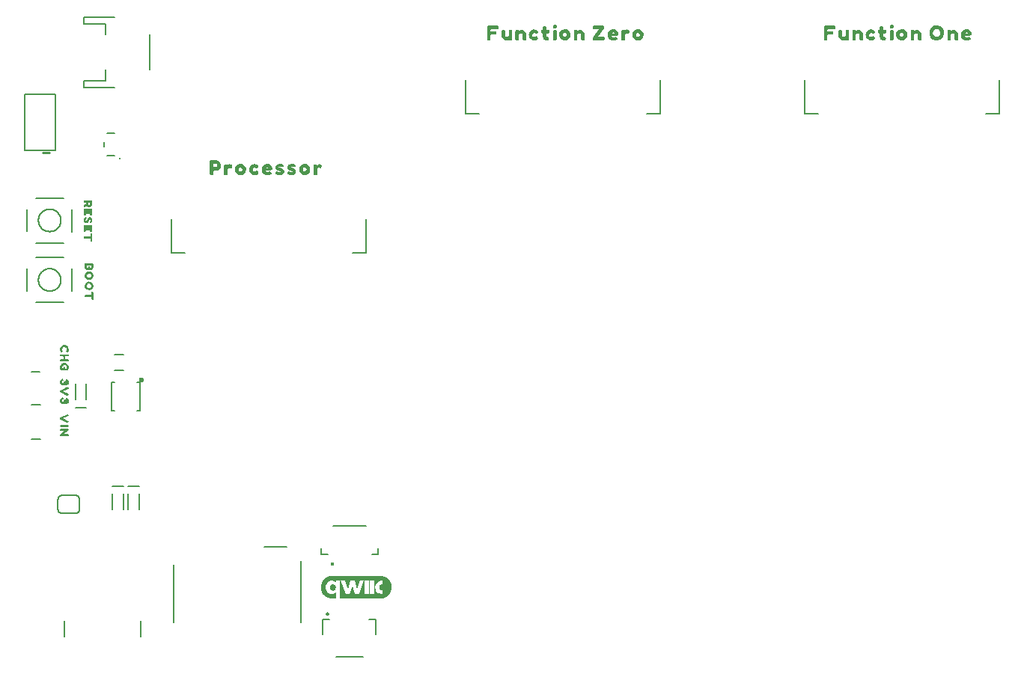
<source format=gto>
G04 EAGLE Gerber RS-274X export*
G75*
%MOMM*%
%FSLAX34Y34*%
%LPD*%
%INSilkscreen Top*%
%IPPOS*%
%AMOC8*
5,1,8,0,0,1.08239X$1,22.5*%
G01*
%ADD10C,0.203200*%
%ADD11C,0.406400*%
%ADD12C,0.152400*%
%ADD13C,0.254000*%
%ADD14C,0.254000*%
%ADD15C,0.127000*%
%ADD16C,0.600000*%

G36*
X392289Y70919D02*
X392289Y70919D01*
X392293Y70920D01*
X392301Y70916D01*
X415490Y70917D01*
X415492Y70919D01*
X415495Y70918D01*
X418015Y71138D01*
X418019Y71140D01*
X418025Y71139D01*
X418575Y71279D01*
X418578Y71281D01*
X418589Y71280D01*
X420579Y71900D01*
X420581Y71903D01*
X420588Y71904D01*
X421058Y72134D01*
X421058Y72135D01*
X421060Y72135D01*
X422970Y73185D01*
X422973Y73190D01*
X422980Y73192D01*
X424280Y74272D01*
X424660Y74592D01*
X424661Y74594D01*
X424664Y74595D01*
X425004Y74925D01*
X425004Y74928D01*
X425008Y74930D01*
X425888Y76000D01*
X426318Y76520D01*
X426319Y76524D01*
X426324Y76527D01*
X426604Y76987D01*
X426604Y76989D01*
X426605Y76990D01*
X426885Y77510D01*
X427615Y78840D01*
X427615Y78843D01*
X427617Y78844D01*
X427617Y78848D01*
X427620Y78852D01*
X427990Y80072D01*
X427988Y80078D01*
X427997Y80084D01*
X427997Y80088D01*
X428000Y80092D01*
X428390Y81412D01*
X428389Y81417D01*
X428392Y81424D01*
X428642Y84014D01*
X428640Y84019D01*
X428642Y84027D01*
X428362Y86607D01*
X428359Y86611D01*
X428360Y86619D01*
X428260Y86939D01*
X428249Y86948D01*
X428249Y86950D01*
X428250Y86959D01*
X427690Y88759D01*
X427687Y88761D01*
X427687Y88767D01*
X427327Y89527D01*
X427325Y89528D01*
X427325Y89530D01*
X426835Y90430D01*
X426835Y90431D01*
X426445Y91131D01*
X426441Y91133D01*
X426439Y91139D01*
X425549Y92239D01*
X425548Y92240D01*
X425386Y92434D01*
X424778Y93160D01*
X424773Y93162D01*
X424770Y93169D01*
X422820Y94749D01*
X422814Y94749D01*
X422810Y94755D01*
X420980Y95755D01*
X420977Y95755D01*
X420975Y95758D01*
X420425Y95998D01*
X420422Y95997D01*
X420419Y96000D01*
X418581Y96569D01*
X418576Y96577D01*
X418552Y96574D01*
X418545Y96575D01*
X418542Y96577D01*
X418536Y96587D01*
X418530Y96586D01*
X418523Y96591D01*
X418043Y96691D01*
X418040Y96690D01*
X418036Y96692D01*
X415686Y96932D01*
X415684Y96931D01*
X415680Y96933D01*
X408950Y96933D01*
X408940Y96926D01*
X408936Y96926D01*
X408920Y96933D01*
X401820Y96933D01*
X401816Y96930D01*
X401810Y96933D01*
X386880Y96931D01*
X386876Y96937D01*
X386863Y96935D01*
X386852Y96943D01*
X386843Y96937D01*
X386830Y96943D01*
X365590Y96943D01*
X365571Y96931D01*
X365566Y96930D01*
X365560Y96933D01*
X361620Y96933D01*
X361618Y96931D01*
X361614Y96932D01*
X359044Y96682D01*
X359040Y96679D01*
X359032Y96680D01*
X357812Y96310D01*
X357808Y96305D01*
X357804Y96306D01*
X357796Y96313D01*
X357787Y96308D01*
X357771Y96310D01*
X356461Y95890D01*
X356457Y95886D01*
X356450Y95885D01*
X355120Y95155D01*
X355119Y95155D01*
X354209Y94645D01*
X354207Y94640D01*
X354200Y94638D01*
X353400Y93968D01*
X352540Y93258D01*
X352539Y93255D01*
X352534Y93253D01*
X352104Y92793D01*
X352104Y92791D01*
X352102Y92790D01*
X351432Y91990D01*
X351431Y91990D01*
X350911Y91350D01*
X350911Y91346D01*
X350907Y91343D01*
X350677Y90973D01*
X350677Y90972D01*
X350675Y90970D01*
X350125Y89980D01*
X350125Y89979D01*
X349595Y88979D01*
X349595Y88975D01*
X349590Y88970D01*
X349400Y88390D01*
X349401Y88389D01*
X349400Y88389D01*
X348980Y87039D01*
X348981Y87037D01*
X348979Y87034D01*
X348799Y86264D01*
X348800Y86261D01*
X348798Y86257D01*
X348658Y84967D01*
X348588Y84317D01*
X348589Y84315D01*
X348587Y84312D01*
X348567Y83672D01*
X348568Y83671D01*
X348567Y83670D01*
X348567Y83660D01*
X348578Y83644D01*
X348788Y81614D01*
X348789Y81612D01*
X348788Y81609D01*
X348888Y81059D01*
X348891Y81056D01*
X348890Y81051D01*
X349510Y79071D01*
X349514Y79068D01*
X349514Y79062D01*
X349523Y79043D01*
X349793Y78454D01*
X349795Y78453D01*
X349795Y78450D01*
X350205Y77700D01*
X350505Y77160D01*
X350735Y76730D01*
X350745Y76725D01*
X350752Y76700D01*
X350982Y76420D01*
X351681Y75560D01*
X351682Y75560D01*
X351682Y75559D01*
X351754Y75476D01*
X351807Y75413D01*
X351914Y75287D01*
X352021Y75162D01*
X352074Y75099D01*
X352181Y74974D01*
X352235Y74911D01*
X352342Y74785D01*
X352395Y74723D01*
X352432Y74679D01*
X352437Y74678D01*
X352440Y74672D01*
X352870Y74312D01*
X353780Y73552D01*
X353781Y73552D01*
X353782Y73550D01*
X354112Y73300D01*
X354113Y73300D01*
X354114Y73298D01*
X354534Y73008D01*
X354537Y73008D01*
X354540Y73005D01*
X356350Y72015D01*
X356354Y72015D01*
X356358Y72011D01*
X356878Y71821D01*
X356880Y71822D01*
X356882Y71820D01*
X357221Y71720D01*
X358911Y71190D01*
X358936Y71197D01*
X358938Y71197D01*
X358953Y71188D01*
X361493Y70918D01*
X361504Y70923D01*
X361514Y70924D01*
X361530Y70917D01*
X365570Y70917D01*
X365589Y70929D01*
X365611Y70933D01*
X365618Y70948D01*
X365627Y70954D01*
X365626Y70964D01*
X365633Y70980D01*
X365633Y78210D01*
X365624Y78223D01*
X365626Y78238D01*
X365608Y78249D01*
X365596Y78267D01*
X365581Y78265D01*
X365567Y78273D01*
X365540Y78259D01*
X365529Y78257D01*
X365526Y78252D01*
X365521Y78249D01*
X365442Y78150D01*
X365314Y78003D01*
X365085Y77754D01*
X364757Y77446D01*
X364540Y77249D01*
X364324Y77091D01*
X364107Y76943D01*
X363733Y76737D01*
X363477Y76628D01*
X363130Y76499D01*
X362803Y76390D01*
X362467Y76311D01*
X362020Y76232D01*
X361774Y76193D01*
X361528Y76183D01*
X361521Y76178D01*
X361510Y76183D01*
X361500Y76183D01*
X361500Y76182D01*
X361162Y76173D01*
X359627Y76332D01*
X359612Y76325D01*
X359603Y76327D01*
X359589Y76340D01*
X359239Y76450D01*
X358660Y76629D01*
X358087Y76847D01*
X357581Y77135D01*
X357206Y77352D01*
X356572Y77887D01*
X356048Y78401D01*
X355501Y79157D01*
X355484Y79163D01*
X355477Y79173D01*
X355476Y79188D01*
X354739Y80692D01*
X354362Y82180D01*
X354245Y83743D01*
X354248Y83745D01*
X354246Y83754D01*
X354253Y83766D01*
X354352Y85351D01*
X354710Y86890D01*
X355345Y88278D01*
X355988Y89179D01*
X356711Y89863D01*
X357136Y90218D01*
X357939Y90674D01*
X358532Y90941D01*
X359548Y91240D01*
X359562Y91256D01*
X359585Y91247D01*
X361161Y91377D01*
X361644Y91348D01*
X362170Y91278D01*
X362538Y91209D01*
X362763Y91159D01*
X363198Y91011D01*
X363703Y90803D01*
X364125Y90567D01*
X364452Y90320D01*
X364838Y90013D01*
X365136Y89725D01*
X365516Y89355D01*
X365528Y89353D01*
X365534Y89343D01*
X365559Y89346D01*
X365583Y89342D01*
X365590Y89351D01*
X365601Y89353D01*
X365619Y89391D01*
X365623Y89397D01*
X365622Y89398D01*
X365623Y89400D01*
X365623Y91229D01*
X370457Y91228D01*
X370457Y82710D01*
X370467Y79150D01*
X370457Y76420D01*
X370457Y70980D01*
X370469Y70961D01*
X370473Y70939D01*
X370488Y70932D01*
X370494Y70923D01*
X370504Y70924D01*
X370520Y70917D01*
X376479Y70917D01*
X376481Y70914D01*
X376492Y70915D01*
X376510Y70907D01*
X392270Y70907D01*
X392289Y70919D01*
G37*
G36*
X1045633Y702853D02*
X1045633Y702853D01*
X1045634Y702851D01*
X1046834Y702951D01*
X1046839Y702955D01*
X1046843Y702953D01*
X1047943Y703253D01*
X1047947Y703257D01*
X1047950Y703255D01*
X1049050Y703755D01*
X1049052Y703759D01*
X1049055Y703758D01*
X1050055Y704358D01*
X1050058Y704364D01*
X1050063Y704363D01*
X1050963Y705163D01*
X1050964Y705169D01*
X1050968Y705169D01*
X1051768Y706169D01*
X1051769Y706173D01*
X1051771Y706173D01*
X1052371Y707073D01*
X1052371Y707079D01*
X1052375Y707080D01*
X1052875Y708180D01*
X1052874Y708183D01*
X1052876Y708183D01*
X1053276Y709283D01*
X1053275Y709287D01*
X1053278Y709289D01*
X1053277Y709290D01*
X1053278Y709291D01*
X1053478Y710391D01*
X1053475Y710397D01*
X1053479Y710400D01*
X1053479Y711700D01*
X1053477Y711703D01*
X1053479Y711704D01*
X1053379Y712904D01*
X1053377Y712907D01*
X1053378Y712909D01*
X1053178Y714009D01*
X1053174Y714013D01*
X1053176Y714017D01*
X1052776Y715117D01*
X1052770Y715121D01*
X1052772Y715125D01*
X1052172Y716125D01*
X1052170Y716126D01*
X1052170Y716128D01*
X1051470Y717128D01*
X1051462Y717131D01*
X1051463Y717137D01*
X1049663Y718737D01*
X1049652Y718738D01*
X1049650Y718745D01*
X1048550Y719245D01*
X1048549Y719244D01*
X1048548Y719246D01*
X1047548Y719646D01*
X1047543Y719644D01*
X1047542Y719648D01*
X1046342Y719948D01*
X1046336Y719945D01*
X1046334Y719949D01*
X1045134Y720049D01*
X1045127Y720045D01*
X1045123Y720049D01*
X1044425Y719949D01*
X1043226Y719849D01*
X1043219Y719843D01*
X1043213Y719846D01*
X1042113Y719446D01*
X1042111Y719443D01*
X1042108Y719444D01*
X1041108Y718944D01*
X1041106Y718939D01*
X1041102Y718940D01*
X1040102Y718240D01*
X1040100Y718236D01*
X1040097Y718237D01*
X1039197Y717437D01*
X1039196Y717430D01*
X1039191Y717430D01*
X1038491Y716530D01*
X1038491Y716526D01*
X1038488Y716525D01*
X1037888Y715525D01*
X1037888Y715522D01*
X1037887Y715521D01*
X1037888Y715521D01*
X1037885Y715520D01*
X1037385Y714420D01*
X1037387Y714414D01*
X1037382Y714412D01*
X1037082Y713212D01*
X1037084Y713208D01*
X1037082Y713207D01*
X1037083Y713206D01*
X1037081Y713204D01*
X1036981Y712104D01*
X1036983Y712102D01*
X1036981Y712100D01*
X1036981Y710800D01*
X1036983Y710797D01*
X1036981Y710796D01*
X1037081Y709696D01*
X1037085Y709691D01*
X1037082Y709688D01*
X1037382Y708488D01*
X1037388Y708483D01*
X1037386Y708478D01*
X1037886Y707478D01*
X1037889Y707477D01*
X1037888Y707475D01*
X1038488Y706475D01*
X1038492Y706473D01*
X1038492Y706469D01*
X1039292Y705469D01*
X1039298Y705468D01*
X1039297Y705463D01*
X1040197Y704663D01*
X1040200Y704663D01*
X1040200Y704661D01*
X1041100Y703961D01*
X1041107Y703961D01*
X1041108Y703956D01*
X1042108Y703456D01*
X1042112Y703457D01*
X1042113Y703454D01*
X1043213Y703054D01*
X1043220Y703056D01*
X1043222Y703051D01*
X1044422Y702851D01*
X1044427Y702854D01*
X1044430Y702851D01*
X1045630Y702851D01*
X1045633Y702853D01*
G37*
%LPC*%
G36*
X376817Y76363D02*
X376817Y76363D01*
X371285Y91228D01*
X376250Y91227D01*
X376256Y91231D01*
X377180Y88062D01*
X379170Y81193D01*
X379184Y81180D01*
X379189Y81162D01*
X379207Y81160D01*
X379221Y81148D01*
X379238Y81156D01*
X379256Y81153D01*
X379272Y81171D01*
X379283Y81176D01*
X379284Y81185D01*
X379290Y81192D01*
X382226Y91237D01*
X386821Y91237D01*
X386824Y91233D01*
X386834Y91234D01*
X386850Y91227D01*
X386854Y91227D01*
X389770Y81173D01*
X389784Y81160D01*
X389789Y81143D01*
X389807Y81140D01*
X389821Y81128D01*
X389838Y81136D01*
X389856Y81133D01*
X389872Y81151D01*
X389883Y81156D01*
X389884Y81165D01*
X389890Y81172D01*
X392876Y91227D01*
X397528Y91227D01*
X392132Y76363D01*
X387319Y76363D01*
X384550Y85498D01*
X384541Y85506D01*
X384534Y85524D01*
X384524Y85534D01*
X384522Y85535D01*
X384522Y85537D01*
X384501Y85540D01*
X384498Y85542D01*
X384496Y85541D01*
X384490Y85542D01*
X384458Y85549D01*
X384457Y85547D01*
X384455Y85547D01*
X384420Y85509D01*
X381531Y76363D01*
X376817Y76363D01*
G37*
%LPD*%
G36*
X225923Y550551D02*
X225923Y550551D01*
X225940Y550565D01*
X225952Y550563D01*
X226652Y551163D01*
X226655Y551176D01*
X226657Y551186D01*
X226669Y551192D01*
X226869Y552392D01*
X226866Y552397D01*
X226869Y552400D01*
X226869Y554766D01*
X227629Y555051D01*
X229920Y555051D01*
X229925Y555055D01*
X229929Y555052D01*
X231029Y555252D01*
X231033Y555256D01*
X231037Y555254D01*
X232137Y555654D01*
X232140Y555658D01*
X232144Y555657D01*
X233244Y556257D01*
X233247Y556264D01*
X233253Y556263D01*
X234153Y557063D01*
X234154Y557070D01*
X234159Y557070D01*
X234859Y557970D01*
X234859Y557978D01*
X234865Y557980D01*
X235365Y559080D01*
X235364Y559085D01*
X235368Y559087D01*
X235668Y560187D01*
X235667Y560188D01*
X235668Y560189D01*
X235666Y560191D01*
X235665Y560193D01*
X235669Y560196D01*
X235769Y561396D01*
X235767Y561399D01*
X235769Y561400D01*
X235769Y562600D01*
X235757Y562616D01*
X235761Y562627D01*
X235563Y562924D01*
X235065Y564020D01*
X235059Y564024D01*
X235060Y564028D01*
X234360Y565028D01*
X234352Y565031D01*
X234353Y565037D01*
X233453Y565837D01*
X233448Y565837D01*
X233448Y565840D01*
X232448Y566540D01*
X232439Y566540D01*
X232437Y566546D01*
X231337Y566946D01*
X231334Y566945D01*
X231333Y566948D01*
X230233Y567248D01*
X230227Y567245D01*
X230223Y567245D01*
X230220Y567249D01*
X224220Y567249D01*
X224214Y567245D01*
X224208Y567245D01*
X224207Y567244D01*
X224203Y567246D01*
X223103Y566846D01*
X223088Y566823D01*
X223082Y566819D01*
X223073Y566816D01*
X222773Y565916D01*
X222777Y565905D01*
X222771Y565900D01*
X222771Y551700D01*
X222780Y551687D01*
X222776Y551678D01*
X223176Y550878D01*
X223200Y550866D01*
X223204Y550853D01*
X224404Y550453D01*
X224417Y550458D01*
X224423Y550451D01*
X225923Y550551D01*
G37*
G36*
X668223Y702860D02*
X668223Y702860D01*
X668232Y702856D01*
X669232Y703356D01*
X669245Y703382D01*
X669258Y703387D01*
X669558Y704487D01*
X669553Y704498D01*
X669559Y704504D01*
X669459Y705804D01*
X669443Y705822D01*
X669445Y705835D01*
X668645Y706635D01*
X668624Y706638D01*
X668619Y706648D01*
X667519Y706848D01*
X667513Y706845D01*
X667510Y706849D01*
X662716Y706849D01*
X661993Y707030D01*
X668950Y716471D01*
X668950Y716478D01*
X668952Y716480D01*
X668950Y716483D01*
X668949Y716487D01*
X668959Y716492D01*
X669159Y717692D01*
X669152Y717705D01*
X669158Y717713D01*
X668858Y718813D01*
X668839Y718827D01*
X668838Y718840D01*
X667838Y719540D01*
X667820Y719540D01*
X667814Y719549D01*
X666714Y719649D01*
X666712Y719647D01*
X666710Y719649D01*
X657210Y719649D01*
X657204Y719645D01*
X657202Y719645D01*
X657195Y719639D01*
X657186Y719643D01*
X656286Y719143D01*
X656277Y719123D01*
X656268Y719117D01*
X656270Y719115D01*
X656262Y719112D01*
X655962Y717912D01*
X655967Y717902D01*
X655961Y717897D01*
X656061Y716497D01*
X656075Y716480D01*
X656073Y716468D01*
X656673Y715768D01*
X656699Y715762D01*
X656706Y715751D01*
X657906Y715651D01*
X657909Y715653D01*
X657910Y715651D01*
X662590Y715651D01*
X662946Y715295D01*
X656770Y706729D01*
X656770Y706728D01*
X656070Y705728D01*
X656070Y705722D01*
X656068Y705721D01*
X656070Y705717D01*
X656070Y705710D01*
X656061Y705704D01*
X655961Y704504D01*
X655971Y704488D01*
X655966Y704478D01*
X656466Y703478D01*
X656483Y703469D01*
X656485Y703458D01*
X657485Y702858D01*
X657503Y702860D01*
X657510Y702851D01*
X668210Y702851D01*
X668223Y702860D01*
G37*
G36*
X919734Y702858D02*
X919734Y702858D01*
X919741Y702852D01*
X921041Y703152D01*
X921056Y703170D01*
X921069Y703170D01*
X921669Y703970D01*
X921669Y703992D01*
X921679Y704000D01*
X921679Y708673D01*
X922444Y709151D01*
X926030Y709151D01*
X926033Y709153D01*
X926034Y709151D01*
X927234Y709251D01*
X927254Y709269D01*
X927267Y709268D01*
X927867Y709968D01*
X927868Y709977D01*
X927871Y709979D01*
X927868Y709982D01*
X927869Y709987D01*
X927879Y709993D01*
X928079Y711393D01*
X928073Y711403D01*
X928079Y711408D01*
X927879Y712608D01*
X927860Y712626D01*
X927860Y712639D01*
X927060Y713239D01*
X927041Y713239D01*
X927039Y713243D01*
X927035Y713243D01*
X927030Y713249D01*
X922250Y713249D01*
X921679Y713820D01*
X921679Y714977D01*
X922348Y715551D01*
X929430Y715551D01*
X929439Y715557D01*
X929441Y715557D01*
X929446Y715561D01*
X929455Y715558D01*
X930455Y716158D01*
X930463Y716176D01*
X930473Y716184D01*
X930471Y716187D01*
X930478Y716191D01*
X930678Y717291D01*
X930674Y717300D01*
X930679Y717304D01*
X930579Y718604D01*
X930565Y718620D01*
X930567Y718632D01*
X929867Y719432D01*
X929844Y719437D01*
X929838Y719449D01*
X928638Y719649D01*
X928633Y719646D01*
X928630Y719649D01*
X919030Y719649D01*
X919024Y719645D01*
X919019Y719645D01*
X919017Y719643D01*
X919012Y719646D01*
X918012Y719246D01*
X917999Y719224D01*
X917995Y719221D01*
X917984Y719218D01*
X917584Y718218D01*
X917588Y718205D01*
X917581Y718200D01*
X917581Y705000D01*
X917583Y704997D01*
X917581Y704996D01*
X917681Y703796D01*
X917695Y703780D01*
X917693Y703768D01*
X918293Y703068D01*
X918317Y703063D01*
X918323Y703051D01*
X919723Y702851D01*
X919734Y702858D01*
G37*
G36*
X538714Y702858D02*
X538714Y702858D01*
X538721Y702852D01*
X540021Y703152D01*
X540036Y703170D01*
X540049Y703170D01*
X540649Y703970D01*
X540649Y703992D01*
X540659Y704000D01*
X540659Y708673D01*
X541424Y709151D01*
X545010Y709151D01*
X545013Y709153D01*
X545014Y709151D01*
X546214Y709251D01*
X546234Y709269D01*
X546247Y709268D01*
X546847Y709968D01*
X546848Y709977D01*
X546851Y709979D01*
X546848Y709982D01*
X546849Y709987D01*
X546859Y709993D01*
X547059Y711393D01*
X547053Y711403D01*
X547059Y711408D01*
X546859Y712608D01*
X546840Y712626D01*
X546840Y712639D01*
X546040Y713239D01*
X546021Y713239D01*
X546019Y713243D01*
X546015Y713243D01*
X546010Y713249D01*
X541230Y713249D01*
X540659Y713820D01*
X540659Y714977D01*
X541328Y715551D01*
X548410Y715551D01*
X548419Y715557D01*
X548421Y715557D01*
X548426Y715561D01*
X548435Y715558D01*
X549435Y716158D01*
X549443Y716176D01*
X549453Y716184D01*
X549451Y716187D01*
X549458Y716191D01*
X549658Y717291D01*
X549654Y717300D01*
X549659Y717304D01*
X549559Y718604D01*
X549545Y718620D01*
X549547Y718632D01*
X548847Y719432D01*
X548824Y719437D01*
X548818Y719449D01*
X547618Y719649D01*
X547613Y719646D01*
X547610Y719649D01*
X538010Y719649D01*
X538004Y719645D01*
X537999Y719645D01*
X537997Y719643D01*
X537992Y719646D01*
X536992Y719246D01*
X536979Y719224D01*
X536975Y719221D01*
X536964Y719218D01*
X536564Y718218D01*
X536568Y718205D01*
X536561Y718200D01*
X536561Y705000D01*
X536563Y704997D01*
X536561Y704996D01*
X536661Y703796D01*
X536675Y703780D01*
X536673Y703768D01*
X537273Y703068D01*
X537297Y703063D01*
X537303Y703051D01*
X538703Y702851D01*
X538714Y702858D01*
G37*
G36*
X708118Y702857D02*
X708118Y702857D01*
X708123Y702853D01*
X709223Y703153D01*
X709226Y703156D01*
X709229Y703155D01*
X710429Y703655D01*
X710433Y703661D01*
X710437Y703659D01*
X711337Y704259D01*
X711340Y704266D01*
X711345Y704265D01*
X712245Y705165D01*
X712246Y705174D01*
X712252Y705175D01*
X712852Y706175D01*
X712852Y706178D01*
X712854Y706178D01*
X713354Y707178D01*
X713352Y707189D01*
X713359Y707192D01*
X713559Y708392D01*
X713557Y708395D01*
X713559Y708396D01*
X713659Y709696D01*
X713654Y709704D01*
X713659Y709708D01*
X713459Y710908D01*
X713454Y710913D01*
X713456Y710917D01*
X713056Y712017D01*
X713049Y712022D01*
X713051Y712027D01*
X712451Y712927D01*
X712446Y712929D01*
X712447Y712933D01*
X711647Y713833D01*
X711638Y713834D01*
X711638Y713840D01*
X710638Y714540D01*
X710631Y714540D01*
X710630Y714545D01*
X709530Y715045D01*
X709525Y715044D01*
X709523Y715048D01*
X708423Y715348D01*
X708414Y715344D01*
X708410Y715349D01*
X707210Y715349D01*
X707207Y715347D01*
X707206Y715349D01*
X706006Y715249D01*
X705999Y715243D01*
X705993Y715246D01*
X704893Y714846D01*
X704891Y714843D01*
X704888Y714844D01*
X703888Y714344D01*
X703885Y714337D01*
X703879Y714338D01*
X702879Y713538D01*
X702879Y713537D01*
X702877Y713537D01*
X701077Y711937D01*
X701072Y711908D01*
X701061Y711900D01*
X701061Y709400D01*
X701063Y709398D01*
X701061Y709396D01*
X701161Y708096D01*
X701166Y708091D01*
X701163Y708087D01*
X701463Y706987D01*
X701467Y706983D01*
X701465Y706980D01*
X701965Y705880D01*
X701975Y705875D01*
X701973Y705867D01*
X702773Y704967D01*
X702775Y704967D01*
X702775Y704965D01*
X703575Y704165D01*
X703584Y704164D01*
X703585Y704158D01*
X704585Y703558D01*
X704644Y703564D01*
X704643Y703574D01*
X704652Y703574D01*
X704670Y703604D01*
X704675Y703566D01*
X704687Y703567D01*
X704690Y703555D01*
X705790Y703055D01*
X705798Y703057D01*
X705801Y703052D01*
X706901Y702852D01*
X706907Y702855D01*
X706910Y702851D01*
X708110Y702851D01*
X708118Y702857D01*
G37*
G36*
X1006538Y702857D02*
X1006538Y702857D01*
X1006543Y702853D01*
X1007643Y703153D01*
X1007647Y703157D01*
X1007650Y703155D01*
X1008750Y703655D01*
X1008752Y703659D01*
X1008755Y703658D01*
X1009755Y704258D01*
X1009759Y704268D01*
X1009767Y704267D01*
X1010567Y705167D01*
X1010567Y705172D01*
X1010570Y705172D01*
X1011270Y706172D01*
X1011270Y706177D01*
X1011274Y706178D01*
X1011774Y707178D01*
X1011772Y707189D01*
X1011779Y707192D01*
X1011979Y708392D01*
X1011976Y708397D01*
X1011979Y708400D01*
X1011979Y709700D01*
X1011977Y709703D01*
X1011979Y709704D01*
X1011879Y710904D01*
X1011873Y710911D01*
X1011876Y710917D01*
X1011476Y712017D01*
X1011469Y712022D01*
X1011471Y712027D01*
X1010871Y712927D01*
X1010864Y712930D01*
X1010865Y712935D01*
X1009965Y713835D01*
X1009960Y713835D01*
X1009960Y713839D01*
X1009060Y714539D01*
X1009052Y714539D01*
X1009050Y714545D01*
X1007950Y715045D01*
X1007945Y715044D01*
X1007943Y715048D01*
X1006843Y715348D01*
X1006834Y715344D01*
X1006830Y715349D01*
X1005630Y715349D01*
X1005627Y715347D01*
X1005626Y715349D01*
X1004426Y715249D01*
X1004419Y715243D01*
X1004413Y715246D01*
X1003313Y714846D01*
X1003312Y714844D01*
X1003310Y714845D01*
X1002210Y714345D01*
X1002205Y714335D01*
X1002197Y714337D01*
X999497Y711937D01*
X999492Y711908D01*
X999481Y711900D01*
X999481Y709400D01*
X999483Y709398D01*
X999481Y709396D01*
X999581Y708096D01*
X999586Y708091D01*
X999583Y708087D01*
X999883Y706987D01*
X999887Y706983D01*
X999885Y706980D01*
X1000385Y705880D01*
X1000393Y705876D01*
X1000391Y705870D01*
X1001091Y704970D01*
X1001098Y704968D01*
X1001097Y704963D01*
X1001997Y704163D01*
X1002004Y704163D01*
X1002005Y704158D01*
X1003005Y703558D01*
X1003010Y703558D01*
X1003011Y703555D01*
X1004211Y703055D01*
X1004219Y703057D01*
X1004221Y703052D01*
X1005321Y702852D01*
X1005327Y702855D01*
X1005330Y702851D01*
X1006530Y702851D01*
X1006538Y702857D01*
G37*
G36*
X625518Y702857D02*
X625518Y702857D01*
X625523Y702853D01*
X626623Y703153D01*
X626627Y703157D01*
X626630Y703155D01*
X627730Y703655D01*
X627732Y703659D01*
X627735Y703658D01*
X628735Y704258D01*
X628739Y704268D01*
X628747Y704267D01*
X629547Y705167D01*
X629547Y705172D01*
X629550Y705172D01*
X630250Y706172D01*
X630250Y706177D01*
X630254Y706178D01*
X630754Y707178D01*
X630752Y707189D01*
X630759Y707192D01*
X630959Y708392D01*
X630956Y708397D01*
X630959Y708400D01*
X630959Y709700D01*
X630957Y709703D01*
X630959Y709704D01*
X630859Y710904D01*
X630853Y710911D01*
X630856Y710917D01*
X630456Y712017D01*
X630449Y712022D01*
X630451Y712027D01*
X629851Y712927D01*
X629844Y712930D01*
X629845Y712935D01*
X628945Y713835D01*
X628940Y713835D01*
X628940Y713839D01*
X628040Y714539D01*
X628032Y714539D01*
X628030Y714545D01*
X626930Y715045D01*
X626925Y715044D01*
X626923Y715048D01*
X625823Y715348D01*
X625814Y715344D01*
X625810Y715349D01*
X624610Y715349D01*
X624607Y715347D01*
X624606Y715349D01*
X623406Y715249D01*
X623399Y715243D01*
X623393Y715246D01*
X622293Y714846D01*
X622292Y714844D01*
X622290Y714845D01*
X621190Y714345D01*
X621185Y714335D01*
X621177Y714337D01*
X618477Y711937D01*
X618472Y711908D01*
X618461Y711900D01*
X618461Y709400D01*
X618463Y709398D01*
X618461Y709396D01*
X618561Y708096D01*
X618566Y708091D01*
X618563Y708087D01*
X618863Y706987D01*
X618867Y706983D01*
X618865Y706980D01*
X619365Y705880D01*
X619375Y705875D01*
X619373Y705867D01*
X620173Y704967D01*
X620175Y704967D01*
X620175Y704965D01*
X620975Y704165D01*
X620984Y704164D01*
X620985Y704158D01*
X621985Y703558D01*
X621990Y703558D01*
X621991Y703555D01*
X623191Y703055D01*
X623199Y703057D01*
X623201Y703052D01*
X624301Y702852D01*
X624307Y702855D01*
X624310Y702851D01*
X625510Y702851D01*
X625518Y702857D01*
G37*
G36*
X258527Y550456D02*
X258527Y550456D01*
X258532Y550452D01*
X259732Y550752D01*
X259736Y550757D01*
X259740Y550755D01*
X260840Y551255D01*
X260843Y551260D01*
X260847Y551259D01*
X261747Y551859D01*
X261750Y551866D01*
X261755Y551865D01*
X262655Y552765D01*
X262656Y552772D01*
X262660Y552772D01*
X263360Y553772D01*
X263360Y553780D01*
X263366Y553782D01*
X263766Y554782D01*
X263764Y554787D01*
X263768Y554788D01*
X264068Y555988D01*
X264064Y555996D01*
X264069Y556000D01*
X264069Y557300D01*
X264066Y557305D01*
X264069Y557308D01*
X263869Y558508D01*
X263864Y558513D01*
X263866Y558517D01*
X263466Y559617D01*
X263459Y559622D01*
X263461Y559627D01*
X262861Y560527D01*
X262856Y560529D01*
X262857Y560533D01*
X262057Y561433D01*
X262048Y561434D01*
X262048Y561440D01*
X261048Y562140D01*
X261041Y562140D01*
X261040Y562145D01*
X259940Y562645D01*
X259935Y562644D01*
X259933Y562648D01*
X258833Y562948D01*
X258824Y562944D01*
X258820Y562949D01*
X257620Y562949D01*
X257617Y562947D01*
X257616Y562949D01*
X256416Y562849D01*
X256409Y562843D01*
X256403Y562846D01*
X255303Y562446D01*
X255301Y562443D01*
X255298Y562444D01*
X254298Y561944D01*
X254295Y561937D01*
X254289Y561938D01*
X253289Y561138D01*
X253288Y561136D01*
X253286Y561136D01*
X251586Y559536D01*
X251582Y559508D01*
X251571Y559500D01*
X251571Y555700D01*
X251577Y555692D01*
X251573Y555687D01*
X251873Y554587D01*
X251879Y554582D01*
X251877Y554576D01*
X252477Y553476D01*
X252482Y553474D01*
X252481Y553470D01*
X253181Y552570D01*
X253188Y552568D01*
X253187Y552563D01*
X254087Y551763D01*
X254094Y551763D01*
X254095Y551758D01*
X255095Y551158D01*
X255099Y551158D01*
X255100Y551155D01*
X256200Y550655D01*
X256209Y550657D01*
X256212Y550651D01*
X257412Y550451D01*
X257417Y550454D01*
X257420Y550451D01*
X258520Y550451D01*
X258527Y550456D01*
G37*
G36*
X331128Y550457D02*
X331128Y550457D01*
X331133Y550453D01*
X332233Y550753D01*
X332237Y550757D01*
X332240Y550755D01*
X333340Y551255D01*
X333342Y551259D01*
X333345Y551258D01*
X334345Y551858D01*
X334349Y551868D01*
X334357Y551867D01*
X335157Y552767D01*
X335157Y552772D01*
X335160Y552772D01*
X335860Y553772D01*
X335860Y553777D01*
X335864Y553778D01*
X336364Y554778D01*
X336362Y554789D01*
X336369Y554792D01*
X336569Y555992D01*
X336566Y555997D01*
X336569Y556000D01*
X336569Y557300D01*
X336566Y557305D01*
X336569Y557308D01*
X336369Y558508D01*
X336366Y558511D01*
X336368Y558513D01*
X336068Y559613D01*
X336057Y559621D01*
X336059Y559630D01*
X335359Y560530D01*
X335356Y560531D01*
X335357Y560533D01*
X334557Y561433D01*
X334548Y561434D01*
X334548Y561440D01*
X333548Y562140D01*
X333543Y562140D01*
X333542Y562144D01*
X332542Y562644D01*
X332535Y562643D01*
X332533Y562648D01*
X331433Y562948D01*
X331424Y562944D01*
X331420Y562949D01*
X330120Y562949D01*
X330117Y562947D01*
X330116Y562949D01*
X329016Y562849D01*
X329009Y562843D01*
X329003Y562846D01*
X327903Y562446D01*
X327902Y562444D01*
X327900Y562445D01*
X326800Y561945D01*
X326795Y561935D01*
X326787Y561937D01*
X324087Y559537D01*
X324082Y559508D01*
X324071Y559500D01*
X324071Y557000D01*
X324073Y556998D01*
X324071Y556996D01*
X324171Y555696D01*
X324176Y555691D01*
X324173Y555687D01*
X324473Y554587D01*
X324477Y554583D01*
X324475Y554580D01*
X324975Y553480D01*
X324983Y553476D01*
X324981Y553470D01*
X325681Y552570D01*
X325688Y552568D01*
X325687Y552563D01*
X326587Y551763D01*
X326594Y551763D01*
X326595Y551758D01*
X327595Y551158D01*
X327599Y551158D01*
X327600Y551155D01*
X328700Y550655D01*
X328709Y550657D01*
X328712Y550651D01*
X329912Y550451D01*
X329917Y550454D01*
X329920Y550451D01*
X331120Y550451D01*
X331128Y550457D01*
G37*
G36*
X1081033Y702951D02*
X1081033Y702951D01*
X1081038Y702955D01*
X1081041Y702952D01*
X1082341Y703252D01*
X1082348Y703260D01*
X1082354Y703257D01*
X1083254Y703757D01*
X1083259Y703769D01*
X1083268Y703768D01*
X1083768Y704368D01*
X1083769Y704392D01*
X1083779Y704400D01*
X1083779Y705300D01*
X1083770Y705313D01*
X1083774Y705322D01*
X1083174Y706522D01*
X1083153Y706532D01*
X1083150Y706545D01*
X1082250Y706945D01*
X1082227Y706940D01*
X1082217Y706948D01*
X1081119Y706648D01*
X1080125Y706449D01*
X1078836Y706449D01*
X1077657Y706744D01*
X1076916Y707577D01*
X1077738Y707851D01*
X1082530Y707851D01*
X1082543Y707860D01*
X1082552Y707856D01*
X1083552Y708356D01*
X1083556Y708364D01*
X1083563Y708363D01*
X1084463Y709163D01*
X1084467Y709182D01*
X1084477Y709191D01*
X1084474Y709196D01*
X1084479Y709200D01*
X1084479Y710500D01*
X1084477Y710503D01*
X1084479Y710504D01*
X1084379Y711704D01*
X1084373Y711711D01*
X1084376Y711717D01*
X1083976Y712817D01*
X1083967Y712823D01*
X1083969Y712830D01*
X1083269Y713730D01*
X1083262Y713732D01*
X1083263Y713737D01*
X1082363Y714537D01*
X1082353Y714538D01*
X1082352Y714544D01*
X1081352Y715044D01*
X1081344Y715043D01*
X1081342Y715048D01*
X1080142Y715348D01*
X1080134Y715344D01*
X1080130Y715349D01*
X1078830Y715349D01*
X1078827Y715347D01*
X1078826Y715349D01*
X1077626Y715249D01*
X1077621Y715245D01*
X1077618Y715248D01*
X1076418Y714948D01*
X1076413Y714942D01*
X1076408Y714944D01*
X1075408Y714444D01*
X1075405Y714438D01*
X1075400Y714439D01*
X1074500Y713739D01*
X1074499Y713734D01*
X1074495Y713735D01*
X1073695Y712935D01*
X1073694Y712926D01*
X1073688Y712925D01*
X1073088Y711925D01*
X1073089Y711918D01*
X1073084Y711917D01*
X1072684Y710817D01*
X1072686Y710810D01*
X1072681Y710808D01*
X1072481Y709608D01*
X1072486Y709600D01*
X1072481Y709596D01*
X1072581Y708296D01*
X1072583Y708293D01*
X1072582Y708291D01*
X1072782Y707191D01*
X1072786Y707187D01*
X1072784Y707183D01*
X1073184Y706083D01*
X1073190Y706079D01*
X1073188Y706075D01*
X1073788Y705075D01*
X1073794Y705072D01*
X1073793Y705067D01*
X1074593Y704167D01*
X1074605Y704165D01*
X1074606Y704157D01*
X1075706Y703557D01*
X1075711Y703557D01*
X1075712Y703554D01*
X1076712Y703154D01*
X1076719Y703156D01*
X1076722Y703151D01*
X1077922Y702951D01*
X1077925Y702953D01*
X1077927Y702951D01*
X1079327Y702851D01*
X1079331Y702854D01*
X1079333Y702851D01*
X1081033Y702951D01*
G37*
G36*
X681513Y702951D02*
X681513Y702951D01*
X681518Y702955D01*
X681521Y702952D01*
X682821Y703252D01*
X682828Y703260D01*
X682834Y703257D01*
X683734Y703757D01*
X683739Y703769D01*
X683748Y703768D01*
X684248Y704368D01*
X684249Y704389D01*
X684259Y704395D01*
X684359Y705295D01*
X684348Y705313D01*
X684353Y705325D01*
X683653Y706525D01*
X683633Y706533D01*
X683630Y706545D01*
X682730Y706945D01*
X682707Y706940D01*
X682697Y706948D01*
X681599Y706648D01*
X680605Y706449D01*
X679316Y706449D01*
X678137Y706744D01*
X677396Y707577D01*
X678218Y707851D01*
X683010Y707851D01*
X683023Y707860D01*
X683032Y707856D01*
X684032Y708356D01*
X684036Y708364D01*
X684043Y708363D01*
X684943Y709163D01*
X684947Y709182D01*
X684957Y709191D01*
X684954Y709196D01*
X684959Y709200D01*
X684959Y710500D01*
X684957Y710503D01*
X684959Y710504D01*
X684859Y711704D01*
X684853Y711711D01*
X684856Y711717D01*
X684456Y712817D01*
X684447Y712823D01*
X684449Y712830D01*
X683749Y713730D01*
X683742Y713732D01*
X683743Y713737D01*
X682843Y714537D01*
X682833Y714538D01*
X682832Y714544D01*
X681832Y715044D01*
X681824Y715043D01*
X681822Y715048D01*
X680622Y715348D01*
X680614Y715344D01*
X680610Y715349D01*
X679310Y715349D01*
X679307Y715347D01*
X679306Y715349D01*
X678106Y715249D01*
X678101Y715245D01*
X678098Y715248D01*
X676898Y714948D01*
X676893Y714942D01*
X676888Y714944D01*
X675888Y714444D01*
X675885Y714438D01*
X675880Y714439D01*
X674980Y713739D01*
X674979Y713734D01*
X674975Y713735D01*
X674175Y712935D01*
X674174Y712926D01*
X674168Y712925D01*
X673568Y711925D01*
X673569Y711918D01*
X673564Y711917D01*
X673164Y710817D01*
X673167Y710808D01*
X673161Y710804D01*
X673061Y709604D01*
X673063Y709601D01*
X673061Y709600D01*
X673061Y708300D01*
X673065Y708295D01*
X673062Y708291D01*
X673262Y707191D01*
X673266Y707187D01*
X673264Y707183D01*
X673664Y706083D01*
X673672Y706078D01*
X673670Y706072D01*
X674370Y705072D01*
X674372Y705071D01*
X674371Y705070D01*
X675071Y704170D01*
X675085Y704166D01*
X675086Y704157D01*
X676186Y703557D01*
X676192Y703558D01*
X676193Y703554D01*
X677293Y703154D01*
X677299Y703156D01*
X677301Y703152D01*
X678401Y702952D01*
X678405Y702953D01*
X678407Y702951D01*
X679807Y702851D01*
X679811Y702854D01*
X679813Y702851D01*
X681513Y702951D01*
G37*
G36*
X290223Y550551D02*
X290223Y550551D01*
X290228Y550555D01*
X290231Y550552D01*
X291531Y550852D01*
X291538Y550860D01*
X291544Y550857D01*
X292444Y551357D01*
X292451Y551372D01*
X292461Y551373D01*
X292861Y551973D01*
X292860Y551989D01*
X292869Y551995D01*
X292969Y552895D01*
X292959Y552911D01*
X292964Y552922D01*
X292364Y554122D01*
X292343Y554132D01*
X292340Y554145D01*
X291440Y554545D01*
X291418Y554540D01*
X291408Y554548D01*
X290209Y554248D01*
X289215Y554049D01*
X287926Y554049D01*
X286748Y554344D01*
X286100Y555177D01*
X286829Y555451D01*
X291620Y555451D01*
X291632Y555460D01*
X291640Y555455D01*
X292740Y555955D01*
X292746Y555966D01*
X292755Y555965D01*
X293555Y556765D01*
X293557Y556783D01*
X293567Y556791D01*
X293564Y556796D01*
X293569Y556800D01*
X293569Y558100D01*
X293567Y558103D01*
X293569Y558104D01*
X293469Y559304D01*
X293463Y559311D01*
X293466Y559317D01*
X293066Y560417D01*
X293057Y560423D01*
X293059Y560430D01*
X292359Y561330D01*
X292352Y561332D01*
X292353Y561337D01*
X291453Y562137D01*
X291443Y562138D01*
X291442Y562144D01*
X290442Y562644D01*
X290435Y562643D01*
X290433Y562648D01*
X289333Y562948D01*
X289324Y562944D01*
X289320Y562949D01*
X288020Y562949D01*
X288018Y562947D01*
X288016Y562949D01*
X286716Y562849D01*
X286711Y562844D01*
X286707Y562848D01*
X285607Y562548D01*
X285603Y562543D01*
X285600Y562545D01*
X284500Y562045D01*
X284496Y562037D01*
X284490Y562039D01*
X283590Y561339D01*
X283589Y561334D01*
X283585Y561335D01*
X282785Y560535D01*
X282784Y560526D01*
X282778Y560525D01*
X282178Y559525D01*
X282179Y559516D01*
X282173Y559513D01*
X281873Y558413D01*
X281874Y558409D01*
X281871Y558408D01*
X281671Y557208D01*
X281674Y557203D01*
X281671Y557200D01*
X281671Y555900D01*
X281675Y555895D01*
X281672Y555891D01*
X281872Y554791D01*
X281878Y554785D01*
X281875Y554780D01*
X282375Y553680D01*
X282379Y553678D01*
X282378Y553675D01*
X282978Y552675D01*
X282984Y552672D01*
X282983Y552667D01*
X283783Y551767D01*
X283794Y551765D01*
X283795Y551758D01*
X284795Y551158D01*
X284802Y551159D01*
X284803Y551154D01*
X285903Y550754D01*
X285909Y550756D01*
X285911Y550752D01*
X287011Y550552D01*
X287015Y550553D01*
X287017Y550551D01*
X288417Y550451D01*
X288420Y550453D01*
X288423Y550451D01*
X290223Y550551D01*
G37*
G36*
X960733Y702951D02*
X960733Y702951D01*
X960748Y702964D01*
X960760Y702961D01*
X961560Y703561D01*
X961567Y703585D01*
X961578Y703591D01*
X961778Y704691D01*
X961775Y704697D01*
X961779Y704700D01*
X961779Y709500D01*
X961776Y709505D01*
X961779Y709508D01*
X961579Y710708D01*
X961574Y710713D01*
X961576Y710717D01*
X961176Y711817D01*
X961170Y711821D01*
X961172Y711825D01*
X960572Y712825D01*
X960564Y712829D01*
X960565Y712835D01*
X959665Y713735D01*
X959656Y713736D01*
X959655Y713742D01*
X958655Y714342D01*
X958649Y714342D01*
X958648Y714346D01*
X957648Y714746D01*
X957641Y714744D01*
X957638Y714749D01*
X956438Y714949D01*
X956428Y714943D01*
X956422Y714949D01*
X955222Y714749D01*
X955211Y714737D01*
X955202Y714740D01*
X954211Y714047D01*
X953654Y713954D01*
X953172Y714726D01*
X953144Y714737D01*
X953137Y714749D01*
X951737Y714949D01*
X951728Y714944D01*
X951723Y714949D01*
X950423Y714749D01*
X950404Y714730D01*
X950391Y714730D01*
X949791Y713930D01*
X949791Y713910D01*
X949781Y713904D01*
X949681Y712704D01*
X949683Y712701D01*
X949681Y712700D01*
X949681Y704400D01*
X949687Y704392D01*
X949683Y704386D01*
X949983Y703386D01*
X950005Y703369D01*
X950008Y703356D01*
X951008Y702856D01*
X951026Y702859D01*
X951033Y702851D01*
X952633Y702951D01*
X952646Y702962D01*
X952656Y702958D01*
X953456Y703458D01*
X953466Y703484D01*
X953478Y703490D01*
X953678Y704490D01*
X953675Y704497D01*
X953679Y704500D01*
X953679Y708198D01*
X953778Y709386D01*
X954266Y710362D01*
X955339Y710850D01*
X956513Y710752D01*
X957387Y710170D01*
X957681Y708994D01*
X957681Y704200D01*
X957690Y704188D01*
X957685Y704180D01*
X958085Y703280D01*
X958109Y703267D01*
X958113Y703254D01*
X959213Y702854D01*
X959227Y702858D01*
X959233Y702851D01*
X960733Y702951D01*
G37*
G36*
X579713Y702951D02*
X579713Y702951D01*
X579728Y702964D01*
X579740Y702961D01*
X580540Y703561D01*
X580547Y703585D01*
X580558Y703591D01*
X580758Y704691D01*
X580755Y704697D01*
X580759Y704700D01*
X580759Y709500D01*
X580756Y709505D01*
X580759Y709508D01*
X580559Y710708D01*
X580554Y710713D01*
X580556Y710717D01*
X580156Y711817D01*
X580150Y711821D01*
X580152Y711825D01*
X579552Y712825D01*
X579544Y712829D01*
X579545Y712835D01*
X578645Y713735D01*
X578636Y713736D01*
X578635Y713742D01*
X577635Y714342D01*
X577629Y714342D01*
X577628Y714346D01*
X576628Y714746D01*
X576621Y714744D01*
X576618Y714749D01*
X575418Y714949D01*
X575408Y714943D01*
X575402Y714949D01*
X574202Y714749D01*
X574191Y714737D01*
X574182Y714740D01*
X573191Y714047D01*
X572634Y713954D01*
X572152Y714726D01*
X572124Y714737D01*
X572117Y714749D01*
X570717Y714949D01*
X570708Y714944D01*
X570703Y714949D01*
X569403Y714749D01*
X569384Y714730D01*
X569371Y714730D01*
X568771Y713930D01*
X568771Y713910D01*
X568761Y713904D01*
X568661Y712704D01*
X568663Y712701D01*
X568661Y712700D01*
X568661Y704400D01*
X568667Y704392D01*
X568663Y704386D01*
X568963Y703386D01*
X568985Y703369D01*
X568988Y703356D01*
X569988Y702856D01*
X570006Y702859D01*
X570013Y702851D01*
X571613Y702951D01*
X571626Y702962D01*
X571636Y702958D01*
X572436Y703458D01*
X572446Y703484D01*
X572458Y703490D01*
X572658Y704490D01*
X572655Y704497D01*
X572659Y704500D01*
X572659Y708198D01*
X572758Y709386D01*
X573246Y710362D01*
X574319Y710850D01*
X575493Y710752D01*
X576367Y710170D01*
X576661Y708994D01*
X576661Y704200D01*
X576670Y704188D01*
X576665Y704180D01*
X577065Y703280D01*
X577089Y703267D01*
X577093Y703254D01*
X578193Y702854D01*
X578207Y702858D01*
X578213Y702851D01*
X579713Y702951D01*
G37*
G36*
X939536Y702858D02*
X939536Y702858D01*
X939543Y702853D01*
X940643Y703153D01*
X940648Y703159D01*
X940654Y703157D01*
X941751Y703755D01*
X942210Y703939D01*
X942688Y703174D01*
X942713Y703165D01*
X942718Y703152D01*
X943918Y702852D01*
X943931Y702858D01*
X943937Y702851D01*
X945337Y703051D01*
X945352Y703067D01*
X945365Y703065D01*
X946065Y703765D01*
X946068Y703786D01*
X946078Y703791D01*
X946278Y704891D01*
X946275Y704897D01*
X946279Y704900D01*
X946279Y713300D01*
X946273Y713308D01*
X946277Y713314D01*
X945977Y714314D01*
X945956Y714330D01*
X945954Y714343D01*
X945054Y714843D01*
X945037Y714841D01*
X945030Y714849D01*
X943530Y714849D01*
X943519Y714841D01*
X943512Y714846D01*
X942512Y714446D01*
X942496Y714419D01*
X942483Y714414D01*
X942183Y713414D01*
X942186Y713406D01*
X942182Y713404D01*
X942183Y713403D01*
X942181Y713401D01*
X942081Y709801D01*
X942081Y709800D01*
X942081Y708609D01*
X941690Y707535D01*
X940718Y707049D01*
X939445Y707049D01*
X938571Y707632D01*
X938179Y708709D01*
X938179Y713600D01*
X938170Y713612D01*
X938175Y713620D01*
X937775Y714520D01*
X937751Y714533D01*
X937747Y714546D01*
X936647Y714946D01*
X936631Y714941D01*
X936624Y714949D01*
X935124Y714749D01*
X935111Y714736D01*
X935100Y714739D01*
X934300Y714139D01*
X934293Y714112D01*
X934281Y714105D01*
X934181Y713105D01*
X934183Y713102D01*
X934181Y713100D01*
X934181Y708200D01*
X934184Y708195D01*
X934181Y708192D01*
X934381Y706992D01*
X934389Y706985D01*
X934386Y706978D01*
X934886Y705978D01*
X934889Y705977D01*
X934888Y705975D01*
X935488Y704975D01*
X935494Y704972D01*
X935493Y704967D01*
X936293Y704067D01*
X936300Y704066D01*
X936300Y704061D01*
X937200Y703361D01*
X937211Y703361D01*
X937213Y703354D01*
X938313Y702954D01*
X938322Y702957D01*
X938326Y702951D01*
X939526Y702851D01*
X939536Y702858D01*
G37*
G36*
X558516Y702858D02*
X558516Y702858D01*
X558523Y702853D01*
X559623Y703153D01*
X559628Y703159D01*
X559634Y703157D01*
X560731Y703755D01*
X561190Y703939D01*
X561668Y703174D01*
X561693Y703165D01*
X561698Y703152D01*
X562898Y702852D01*
X562911Y702858D01*
X562917Y702851D01*
X564317Y703051D01*
X564332Y703067D01*
X564345Y703065D01*
X565045Y703765D01*
X565048Y703786D01*
X565058Y703791D01*
X565258Y704891D01*
X565255Y704897D01*
X565259Y704900D01*
X565259Y713300D01*
X565253Y713308D01*
X565257Y713314D01*
X564957Y714314D01*
X564936Y714330D01*
X564934Y714343D01*
X564034Y714843D01*
X564017Y714841D01*
X564010Y714849D01*
X562510Y714849D01*
X562499Y714841D01*
X562492Y714846D01*
X561492Y714446D01*
X561476Y714419D01*
X561463Y714414D01*
X561163Y713414D01*
X561166Y713406D01*
X561162Y713404D01*
X561163Y713403D01*
X561161Y713401D01*
X561061Y709801D01*
X561061Y709800D01*
X561061Y708609D01*
X560670Y707535D01*
X559698Y707049D01*
X558425Y707049D01*
X557551Y707632D01*
X557159Y708709D01*
X557159Y713600D01*
X557150Y713612D01*
X557155Y713620D01*
X556755Y714520D01*
X556731Y714533D01*
X556727Y714546D01*
X555627Y714946D01*
X555611Y714941D01*
X555604Y714949D01*
X554104Y714749D01*
X554089Y714735D01*
X554078Y714737D01*
X553378Y714137D01*
X553373Y714115D01*
X553362Y714110D01*
X553162Y713110D01*
X553165Y713103D01*
X553161Y713100D01*
X553161Y708200D01*
X553164Y708195D01*
X553161Y708192D01*
X553361Y706992D01*
X553369Y706985D01*
X553366Y706978D01*
X553866Y705978D01*
X553869Y705977D01*
X553868Y705975D01*
X554468Y704975D01*
X554474Y704972D01*
X554473Y704967D01*
X555273Y704067D01*
X555280Y704066D01*
X555280Y704061D01*
X556180Y703361D01*
X556191Y703361D01*
X556193Y703354D01*
X557293Y702954D01*
X557302Y702957D01*
X557306Y702951D01*
X558506Y702851D01*
X558516Y702858D01*
G37*
G36*
X1026933Y702951D02*
X1026933Y702951D01*
X1026950Y702965D01*
X1026962Y702963D01*
X1027662Y703563D01*
X1027665Y703576D01*
X1027667Y703585D01*
X1027678Y703591D01*
X1027878Y704691D01*
X1027875Y704697D01*
X1027879Y704700D01*
X1027879Y709500D01*
X1027876Y709505D01*
X1027879Y709508D01*
X1027679Y710708D01*
X1027674Y710713D01*
X1027676Y710717D01*
X1027276Y711817D01*
X1027270Y711821D01*
X1027272Y711825D01*
X1026672Y712825D01*
X1026666Y712828D01*
X1026667Y712833D01*
X1025867Y713733D01*
X1025856Y713735D01*
X1025855Y713742D01*
X1024855Y714342D01*
X1024848Y714341D01*
X1024847Y714346D01*
X1023747Y714746D01*
X1023740Y714744D01*
X1023738Y714749D01*
X1022538Y714949D01*
X1022528Y714943D01*
X1022522Y714949D01*
X1021322Y714749D01*
X1021311Y714737D01*
X1021302Y714740D01*
X1020311Y714047D01*
X1019754Y713954D01*
X1019272Y714726D01*
X1019244Y714737D01*
X1019238Y714749D01*
X1017938Y714949D01*
X1017928Y714944D01*
X1017923Y714949D01*
X1016523Y714749D01*
X1016504Y714730D01*
X1016491Y714730D01*
X1015891Y713930D01*
X1015891Y713908D01*
X1015881Y713900D01*
X1015881Y704400D01*
X1015887Y704392D01*
X1015883Y704386D01*
X1016183Y703386D01*
X1016204Y703370D01*
X1016206Y703357D01*
X1017106Y702857D01*
X1017125Y702860D01*
X1017133Y702851D01*
X1018733Y702951D01*
X1018746Y702962D01*
X1018756Y702958D01*
X1019556Y703458D01*
X1019565Y703481D01*
X1019577Y703486D01*
X1019877Y704486D01*
X1019874Y704496D01*
X1019879Y704500D01*
X1019879Y709386D01*
X1020465Y710362D01*
X1021440Y710850D01*
X1022613Y710752D01*
X1023487Y710170D01*
X1023781Y708994D01*
X1023781Y704200D01*
X1023790Y704188D01*
X1023785Y704180D01*
X1024185Y703280D01*
X1024209Y703267D01*
X1024213Y703254D01*
X1025313Y702854D01*
X1025327Y702858D01*
X1025333Y702851D01*
X1026933Y702951D01*
G37*
G36*
X1068333Y702951D02*
X1068333Y702951D01*
X1068348Y702964D01*
X1068360Y702961D01*
X1069160Y703561D01*
X1069167Y703585D01*
X1069178Y703591D01*
X1069378Y704691D01*
X1069375Y704697D01*
X1069379Y704700D01*
X1069379Y709500D01*
X1069376Y709505D01*
X1069379Y709508D01*
X1069179Y710708D01*
X1069174Y710713D01*
X1069176Y710717D01*
X1068776Y711817D01*
X1068770Y711821D01*
X1068772Y711825D01*
X1068172Y712825D01*
X1068164Y712829D01*
X1068165Y712835D01*
X1067265Y713735D01*
X1067258Y713736D01*
X1067257Y713741D01*
X1066357Y714341D01*
X1066349Y714340D01*
X1066347Y714346D01*
X1065247Y714746D01*
X1065240Y714744D01*
X1065238Y714749D01*
X1064038Y714949D01*
X1064028Y714943D01*
X1064022Y714949D01*
X1062822Y714749D01*
X1062811Y714737D01*
X1062802Y714740D01*
X1061811Y714047D01*
X1061254Y713954D01*
X1060772Y714726D01*
X1060744Y714737D01*
X1060738Y714749D01*
X1059438Y714949D01*
X1059428Y714944D01*
X1059423Y714949D01*
X1058023Y714749D01*
X1058004Y714730D01*
X1057991Y714730D01*
X1057391Y713930D01*
X1057391Y713908D01*
X1057381Y713900D01*
X1057381Y704400D01*
X1057387Y704392D01*
X1057383Y704386D01*
X1057683Y703386D01*
X1057704Y703370D01*
X1057706Y703357D01*
X1058606Y702857D01*
X1058625Y702860D01*
X1058633Y702851D01*
X1060233Y702951D01*
X1060246Y702962D01*
X1060256Y702958D01*
X1061056Y703458D01*
X1061065Y703481D01*
X1061077Y703486D01*
X1061377Y704486D01*
X1061374Y704496D01*
X1061379Y704500D01*
X1061379Y709386D01*
X1061965Y710362D01*
X1062940Y710850D01*
X1064113Y710752D01*
X1064987Y710170D01*
X1065281Y708994D01*
X1065281Y704200D01*
X1065290Y704188D01*
X1065285Y704180D01*
X1065685Y703280D01*
X1065709Y703267D01*
X1065713Y703254D01*
X1066813Y702854D01*
X1066827Y702858D01*
X1066833Y702851D01*
X1068333Y702951D01*
G37*
G36*
X645913Y702951D02*
X645913Y702951D01*
X645930Y702965D01*
X645942Y702963D01*
X646642Y703563D01*
X646645Y703576D01*
X646647Y703585D01*
X646658Y703591D01*
X646858Y704691D01*
X646855Y704697D01*
X646859Y704700D01*
X646859Y709500D01*
X646856Y709505D01*
X646859Y709508D01*
X646659Y710708D01*
X646654Y710713D01*
X646656Y710717D01*
X646256Y711817D01*
X646250Y711821D01*
X646252Y711825D01*
X645652Y712825D01*
X645646Y712828D01*
X645647Y712833D01*
X644847Y713733D01*
X644836Y713735D01*
X644835Y713742D01*
X643835Y714342D01*
X643828Y714341D01*
X643827Y714346D01*
X642727Y714746D01*
X642720Y714744D01*
X642718Y714749D01*
X641518Y714949D01*
X641508Y714943D01*
X641502Y714949D01*
X640302Y714749D01*
X640290Y714736D01*
X640280Y714739D01*
X639390Y714047D01*
X638735Y713953D01*
X638252Y714726D01*
X638224Y714737D01*
X638218Y714749D01*
X636918Y714949D01*
X636908Y714944D01*
X636903Y714949D01*
X635503Y714749D01*
X635484Y714730D01*
X635471Y714730D01*
X634871Y713930D01*
X634871Y713908D01*
X634861Y713900D01*
X634861Y704400D01*
X634867Y704392D01*
X634863Y704386D01*
X635163Y703386D01*
X635184Y703370D01*
X635186Y703357D01*
X636086Y702857D01*
X636105Y702860D01*
X636113Y702851D01*
X637713Y702951D01*
X637726Y702962D01*
X637736Y702958D01*
X638536Y703458D01*
X638545Y703481D01*
X638557Y703486D01*
X638857Y704486D01*
X638854Y704496D01*
X638859Y704500D01*
X638859Y709386D01*
X639445Y710362D01*
X640420Y710850D01*
X641593Y710752D01*
X642467Y710170D01*
X642761Y708994D01*
X642761Y705400D01*
X642763Y705397D01*
X642761Y705396D01*
X642861Y704196D01*
X642867Y704189D01*
X642863Y704184D01*
X643163Y703284D01*
X643189Y703267D01*
X643193Y703254D01*
X644293Y702854D01*
X644307Y702858D01*
X644313Y702851D01*
X645913Y702951D01*
G37*
G36*
X316724Y550551D02*
X316724Y550551D01*
X316727Y550553D01*
X316729Y550552D01*
X317829Y550752D01*
X317834Y550757D01*
X317838Y550754D01*
X318838Y551154D01*
X318844Y551163D01*
X318850Y551161D01*
X319750Y551861D01*
X319754Y551874D01*
X319762Y551875D01*
X320362Y552875D01*
X320361Y552887D01*
X320368Y552891D01*
X320568Y553991D01*
X320565Y553997D01*
X320569Y554000D01*
X320569Y555300D01*
X320563Y555308D01*
X320568Y555313D01*
X320268Y556413D01*
X320257Y556421D01*
X320259Y556430D01*
X319559Y557330D01*
X319545Y557334D01*
X319544Y557343D01*
X318444Y557943D01*
X318435Y557942D01*
X318433Y557948D01*
X317333Y558248D01*
X317330Y558246D01*
X317329Y558248D01*
X316231Y558448D01*
X314860Y558840D01*
X314680Y559471D01*
X315626Y559849D01*
X316909Y559652D01*
X318104Y559253D01*
X318115Y559257D01*
X318120Y559251D01*
X319020Y559251D01*
X319046Y559271D01*
X319060Y559271D01*
X319860Y560371D01*
X319860Y560381D01*
X319866Y560386D01*
X319867Y560386D01*
X320167Y561386D01*
X320153Y561423D01*
X320155Y561435D01*
X319355Y562235D01*
X319339Y562237D01*
X319336Y562247D01*
X318136Y562647D01*
X318134Y562646D01*
X318133Y562648D01*
X317033Y562948D01*
X317024Y562944D01*
X317020Y562949D01*
X315820Y562949D01*
X315818Y562948D01*
X315817Y562949D01*
X314317Y562849D01*
X314312Y562845D01*
X314309Y562848D01*
X313009Y562548D01*
X313002Y562540D01*
X312996Y562543D01*
X312096Y562043D01*
X312092Y562034D01*
X312085Y562035D01*
X311385Y561335D01*
X311383Y561321D01*
X311374Y561318D01*
X310974Y560318D01*
X310975Y560316D01*
X310973Y560314D01*
X310977Y560309D01*
X310977Y560308D01*
X310971Y560304D01*
X310871Y559204D01*
X310876Y559197D01*
X310871Y559192D01*
X311071Y557992D01*
X311079Y557985D01*
X311076Y557978D01*
X311576Y556978D01*
X311584Y556974D01*
X311583Y556967D01*
X312383Y556067D01*
X312394Y556065D01*
X312395Y556058D01*
X313395Y555458D01*
X313402Y555459D01*
X313403Y555454D01*
X314503Y555054D01*
X314508Y555055D01*
X314509Y555052D01*
X315807Y554752D01*
X316753Y554469D01*
X316486Y553847D01*
X315227Y553750D01*
X314141Y554145D01*
X312945Y554843D01*
X312927Y554840D01*
X312920Y554849D01*
X311820Y554849D01*
X311795Y554830D01*
X311782Y554831D01*
X310982Y553831D01*
X310981Y553820D01*
X310974Y553818D01*
X310574Y552818D01*
X310580Y552796D01*
X310573Y552786D01*
X310873Y551786D01*
X310894Y551770D01*
X310896Y551757D01*
X311996Y551157D01*
X312002Y551158D01*
X312003Y551154D01*
X313103Y550754D01*
X313110Y550756D01*
X313112Y550751D01*
X314312Y550551D01*
X314314Y550553D01*
X314316Y550551D01*
X315416Y550451D01*
X315421Y550454D01*
X315424Y550451D01*
X316724Y550551D01*
G37*
G36*
X303224Y550551D02*
X303224Y550551D01*
X303227Y550553D01*
X303229Y550552D01*
X304329Y550752D01*
X304334Y550757D01*
X304338Y550754D01*
X305338Y551154D01*
X305344Y551163D01*
X305350Y551161D01*
X306250Y551861D01*
X306254Y551874D01*
X306262Y551875D01*
X306862Y552875D01*
X306861Y552887D01*
X306868Y552891D01*
X307068Y553991D01*
X307065Y553997D01*
X307069Y554000D01*
X307069Y555300D01*
X307063Y555308D01*
X307068Y555313D01*
X306768Y556413D01*
X306757Y556421D01*
X306759Y556430D01*
X306059Y557330D01*
X306045Y557334D01*
X306044Y557343D01*
X304944Y557943D01*
X304935Y557942D01*
X304933Y557948D01*
X303833Y558248D01*
X303830Y558246D01*
X303829Y558248D01*
X302731Y558448D01*
X301356Y558841D01*
X301086Y559472D01*
X302125Y559849D01*
X303409Y559652D01*
X304604Y559253D01*
X304615Y559257D01*
X304620Y559251D01*
X305520Y559251D01*
X305546Y559271D01*
X305560Y559271D01*
X306360Y560371D01*
X306360Y560381D01*
X306367Y560386D01*
X306365Y560389D01*
X306368Y560390D01*
X306568Y561390D01*
X306553Y561422D01*
X306555Y561435D01*
X305755Y562235D01*
X305740Y562237D01*
X305737Y562246D01*
X304637Y562646D01*
X304634Y562645D01*
X304633Y562648D01*
X303533Y562948D01*
X303524Y562944D01*
X303520Y562949D01*
X302320Y562949D01*
X302318Y562948D01*
X302317Y562949D01*
X300817Y562849D01*
X300812Y562845D01*
X300809Y562848D01*
X299509Y562548D01*
X299502Y562540D01*
X299496Y562543D01*
X298596Y562043D01*
X298592Y562034D01*
X298585Y562035D01*
X297885Y561335D01*
X297883Y561321D01*
X297874Y561318D01*
X297474Y560318D01*
X297475Y560316D01*
X297473Y560314D01*
X297477Y560309D01*
X297477Y560308D01*
X297471Y560304D01*
X297371Y559204D01*
X297376Y559197D01*
X297371Y559192D01*
X297571Y557992D01*
X297579Y557985D01*
X297576Y557978D01*
X298076Y556978D01*
X298082Y556975D01*
X298081Y556970D01*
X298781Y556070D01*
X298795Y556066D01*
X298796Y556057D01*
X299896Y555457D01*
X299902Y555458D01*
X299903Y555454D01*
X301003Y555054D01*
X301008Y555055D01*
X301009Y555052D01*
X302307Y554752D01*
X303253Y554469D01*
X302987Y553847D01*
X301627Y553750D01*
X300541Y554145D01*
X299345Y554843D01*
X299327Y554840D01*
X299320Y554849D01*
X298320Y554849D01*
X298295Y554830D01*
X298282Y554831D01*
X297482Y553831D01*
X297481Y553820D01*
X297474Y553818D01*
X297074Y552818D01*
X297080Y552796D01*
X297073Y552786D01*
X297373Y551786D01*
X297394Y551770D01*
X297396Y551757D01*
X298496Y551157D01*
X298502Y551158D01*
X298503Y551154D01*
X299603Y550754D01*
X299610Y550756D01*
X299612Y550751D01*
X300812Y550551D01*
X300814Y550553D01*
X300816Y550551D01*
X301916Y550451D01*
X301921Y550454D01*
X301924Y550451D01*
X303224Y550551D01*
G37*
G36*
X605714Y702951D02*
X605714Y702951D01*
X605728Y702964D01*
X605740Y702961D01*
X606540Y703561D01*
X606547Y703587D01*
X606559Y703593D01*
X606759Y704993D01*
X606753Y705004D01*
X606752Y705005D01*
X606758Y705012D01*
X606458Y706212D01*
X606433Y706232D01*
X606430Y706245D01*
X605530Y706645D01*
X605521Y706643D01*
X605518Y706649D01*
X604342Y706845D01*
X603859Y707713D01*
X603859Y709992D01*
X604144Y710847D01*
X605206Y710751D01*
X605213Y710756D01*
X605218Y710751D01*
X606418Y710951D01*
X606431Y710965D01*
X606442Y710963D01*
X607142Y711563D01*
X607147Y711587D01*
X607159Y711593D01*
X607359Y712993D01*
X607352Y713004D01*
X607358Y713011D01*
X607058Y714311D01*
X607036Y714330D01*
X607034Y714343D01*
X606134Y714843D01*
X606120Y714841D01*
X606115Y714849D01*
X605115Y714949D01*
X605109Y714946D01*
X605106Y714949D01*
X603859Y714853D01*
X603859Y717100D01*
X603857Y717103D01*
X603859Y717104D01*
X603759Y718304D01*
X603740Y718326D01*
X603740Y718339D01*
X602940Y718939D01*
X602920Y718939D01*
X602914Y718949D01*
X601514Y719049D01*
X601504Y719043D01*
X601498Y719048D01*
X600298Y718748D01*
X600278Y718723D01*
X600265Y718720D01*
X599865Y717820D01*
X599868Y717806D01*
X599861Y717800D01*
X599861Y715418D01*
X599384Y714845D01*
X598301Y714648D01*
X598279Y714625D01*
X598266Y714622D01*
X597766Y713622D01*
X597769Y713606D01*
X597761Y713600D01*
X597761Y712300D01*
X597767Y712292D01*
X597763Y712287D01*
X598063Y711187D01*
X598090Y711166D01*
X598094Y711153D01*
X599861Y710565D01*
X599861Y706900D01*
X599864Y706895D01*
X599861Y706893D01*
X600061Y705593D01*
X600069Y705585D01*
X600066Y705578D01*
X600566Y704578D01*
X600574Y704574D01*
X600573Y704568D01*
X601173Y703868D01*
X601182Y703866D01*
X601183Y703859D01*
X602083Y703259D01*
X602094Y703260D01*
X602097Y703253D01*
X603197Y702953D01*
X603204Y702955D01*
X603206Y702951D01*
X604506Y702851D01*
X604511Y702854D01*
X604514Y702851D01*
X605714Y702951D01*
G37*
G36*
X986734Y702951D02*
X986734Y702951D01*
X986748Y702964D01*
X986760Y702961D01*
X987560Y703561D01*
X987567Y703587D01*
X987579Y703593D01*
X987779Y704993D01*
X987773Y705004D01*
X987772Y705005D01*
X987778Y705012D01*
X987478Y706212D01*
X987453Y706232D01*
X987450Y706245D01*
X986550Y706645D01*
X986541Y706643D01*
X986538Y706649D01*
X985362Y706845D01*
X984879Y707713D01*
X984879Y709992D01*
X985164Y710847D01*
X986226Y710751D01*
X986233Y710756D01*
X986238Y710751D01*
X987438Y710951D01*
X987451Y710965D01*
X987462Y710963D01*
X988162Y711563D01*
X988168Y711589D01*
X988179Y711597D01*
X988279Y712997D01*
X988275Y713003D01*
X988279Y713008D01*
X988079Y714308D01*
X988056Y714330D01*
X988054Y714343D01*
X987154Y714843D01*
X987140Y714841D01*
X987135Y714849D01*
X986135Y714949D01*
X986129Y714946D01*
X986126Y714949D01*
X984879Y714853D01*
X984879Y717100D01*
X984877Y717103D01*
X984879Y717104D01*
X984779Y718304D01*
X984760Y718326D01*
X984760Y718339D01*
X983960Y718939D01*
X983940Y718939D01*
X983933Y718949D01*
X982433Y719049D01*
X982423Y719043D01*
X982417Y719048D01*
X981317Y718748D01*
X981298Y718723D01*
X981285Y718720D01*
X980885Y717820D01*
X980888Y717806D01*
X980881Y717800D01*
X980881Y715418D01*
X980404Y714845D01*
X979321Y714648D01*
X979299Y714625D01*
X979286Y714622D01*
X978786Y713622D01*
X978789Y713606D01*
X978781Y713600D01*
X978781Y712300D01*
X978787Y712292D01*
X978783Y712287D01*
X979083Y711187D01*
X979110Y711166D01*
X979114Y711153D01*
X980881Y710565D01*
X980881Y706900D01*
X980884Y706895D01*
X980881Y706893D01*
X981081Y705593D01*
X981089Y705585D01*
X981086Y705578D01*
X981586Y704578D01*
X981594Y704574D01*
X981593Y704568D01*
X982193Y703868D01*
X982202Y703866D01*
X982203Y703859D01*
X983103Y703259D01*
X983114Y703260D01*
X983117Y703253D01*
X984217Y702953D01*
X984224Y702955D01*
X984226Y702951D01*
X985526Y702851D01*
X985531Y702854D01*
X985534Y702851D01*
X986734Y702951D01*
G37*
G36*
X590817Y702856D02*
X590817Y702856D01*
X590822Y702852D01*
X592022Y703152D01*
X592027Y703158D01*
X592032Y703156D01*
X593032Y703656D01*
X593035Y703661D01*
X593039Y703660D01*
X594139Y704460D01*
X594144Y704477D01*
X594155Y704480D01*
X594555Y705380D01*
X594551Y705398D01*
X594552Y705398D01*
X594550Y705401D01*
X594548Y705408D01*
X594555Y705420D01*
X594055Y706520D01*
X594045Y706526D01*
X594046Y706533D01*
X593046Y707633D01*
X593030Y707636D01*
X593027Y707646D01*
X592227Y707946D01*
X592199Y707938D01*
X592186Y707943D01*
X591090Y707345D01*
X590008Y706952D01*
X588933Y707245D01*
X587959Y708024D01*
X587959Y709191D01*
X588351Y710269D01*
X589326Y710951D01*
X590498Y710951D01*
X591688Y710356D01*
X591693Y710357D01*
X591694Y710353D01*
X592594Y710053D01*
X592625Y710063D01*
X592637Y710059D01*
X593537Y710659D01*
X593543Y710674D01*
X593553Y710675D01*
X594253Y711875D01*
X594251Y711887D01*
X594258Y711891D01*
X594458Y712991D01*
X594447Y713015D01*
X594451Y713027D01*
X593851Y713927D01*
X593835Y713933D01*
X593834Y713943D01*
X592734Y714543D01*
X592727Y714542D01*
X592726Y714547D01*
X591526Y714947D01*
X591521Y714945D01*
X591519Y714948D01*
X590419Y715148D01*
X590413Y715145D01*
X590410Y715149D01*
X589210Y715149D01*
X589202Y715143D01*
X589197Y715148D01*
X588097Y714848D01*
X588093Y714843D01*
X588090Y714845D01*
X586990Y714345D01*
X586987Y714340D01*
X586984Y714342D01*
X585884Y713642D01*
X585881Y713634D01*
X585875Y713635D01*
X585075Y712835D01*
X585074Y712825D01*
X585067Y712824D01*
X584467Y711724D01*
X584468Y711718D01*
X584464Y711717D01*
X584064Y710617D01*
X584066Y710610D01*
X584061Y710608D01*
X583861Y709408D01*
X583866Y709400D01*
X583861Y709396D01*
X583961Y708196D01*
X583963Y708193D01*
X583962Y708191D01*
X584162Y707091D01*
X584168Y707085D01*
X584165Y707080D01*
X584665Y705980D01*
X584671Y705976D01*
X584670Y705972D01*
X585370Y704972D01*
X585378Y704969D01*
X585377Y704963D01*
X586277Y704163D01*
X586286Y704163D01*
X586286Y704157D01*
X587386Y703557D01*
X587389Y703557D01*
X587390Y703555D01*
X588490Y703055D01*
X588498Y703057D01*
X588501Y703052D01*
X589601Y702852D01*
X589607Y702855D01*
X589610Y702851D01*
X590810Y702851D01*
X590817Y702856D01*
G37*
G36*
X274527Y550456D02*
X274527Y550456D01*
X274532Y550452D01*
X275732Y550752D01*
X275737Y550758D01*
X275742Y550756D01*
X276742Y551256D01*
X276745Y551263D01*
X276751Y551262D01*
X277751Y552062D01*
X277755Y552078D01*
X277765Y552080D01*
X278165Y552980D01*
X278161Y552997D01*
X278163Y552998D01*
X278160Y553003D01*
X278159Y553006D01*
X278166Y553017D01*
X277766Y554117D01*
X277755Y554124D01*
X277756Y554133D01*
X276756Y555233D01*
X276740Y555236D01*
X276737Y555246D01*
X275937Y555546D01*
X275909Y555538D01*
X275896Y555543D01*
X274800Y554945D01*
X273718Y554552D01*
X272643Y554845D01*
X271669Y555624D01*
X271669Y556791D01*
X272061Y557869D01*
X273036Y558551D01*
X274207Y558551D01*
X275296Y557957D01*
X275304Y557958D01*
X275306Y557953D01*
X276306Y557653D01*
X276337Y557664D01*
X276350Y557661D01*
X277150Y558261D01*
X277153Y558272D01*
X277161Y558273D01*
X277961Y559473D01*
X277960Y559487D01*
X277968Y559491D01*
X278168Y560591D01*
X278155Y560617D01*
X278159Y560630D01*
X277459Y561530D01*
X277446Y561534D01*
X277445Y561542D01*
X276445Y562142D01*
X276437Y562141D01*
X276436Y562147D01*
X275236Y562547D01*
X275230Y562545D01*
X275228Y562549D01*
X274028Y562749D01*
X274023Y562746D01*
X274020Y562749D01*
X272920Y562749D01*
X272913Y562744D01*
X272908Y562748D01*
X271708Y562448D01*
X271704Y562443D01*
X271700Y562445D01*
X270600Y561945D01*
X270596Y561939D01*
X270592Y561940D01*
X269592Y561240D01*
X269590Y561234D01*
X269585Y561235D01*
X268785Y560435D01*
X268784Y560425D01*
X268777Y560424D01*
X268177Y559324D01*
X268178Y559318D01*
X268174Y559317D01*
X267774Y558217D01*
X267776Y558210D01*
X267771Y558208D01*
X267571Y557008D01*
X267574Y557003D01*
X267571Y557000D01*
X267571Y555800D01*
X267577Y555792D01*
X267573Y555787D01*
X267873Y554687D01*
X267877Y554683D01*
X267875Y554680D01*
X268375Y553580D01*
X268381Y553576D01*
X268380Y553572D01*
X269080Y552572D01*
X269088Y552569D01*
X269087Y552563D01*
X269987Y551763D01*
X269994Y551763D01*
X269995Y551758D01*
X270995Y551158D01*
X270999Y551158D01*
X271000Y551155D01*
X272100Y550655D01*
X272109Y550657D01*
X272112Y550651D01*
X273312Y550451D01*
X273317Y550454D01*
X273320Y550451D01*
X274520Y550451D01*
X274527Y550456D01*
G37*
G36*
X971837Y702856D02*
X971837Y702856D01*
X971842Y702852D01*
X973042Y703152D01*
X973047Y703158D01*
X973052Y703156D01*
X974052Y703656D01*
X974055Y703661D01*
X974059Y703660D01*
X975159Y704460D01*
X975165Y704481D01*
X975177Y704484D01*
X975477Y705384D01*
X975472Y705398D01*
X975473Y705398D01*
X975471Y705401D01*
X975469Y705406D01*
X975476Y705417D01*
X975076Y706517D01*
X975065Y706524D01*
X975066Y706533D01*
X974066Y707633D01*
X974050Y707636D01*
X974047Y707646D01*
X973247Y707946D01*
X973219Y707938D01*
X973206Y707943D01*
X972110Y707345D01*
X971028Y706952D01*
X969953Y707245D01*
X968979Y708024D01*
X968979Y709191D01*
X969371Y710269D01*
X970346Y710951D01*
X971518Y710951D01*
X972708Y710356D01*
X972713Y710357D01*
X972714Y710353D01*
X973614Y710053D01*
X973645Y710063D01*
X973657Y710059D01*
X974557Y710659D01*
X974563Y710674D01*
X974573Y710675D01*
X975273Y711875D01*
X975271Y711887D01*
X975278Y711891D01*
X975478Y712991D01*
X975467Y713015D01*
X975471Y713027D01*
X974871Y713927D01*
X974855Y713933D01*
X974854Y713943D01*
X973754Y714543D01*
X973747Y714542D01*
X973746Y714547D01*
X972546Y714947D01*
X972541Y714945D01*
X972539Y714948D01*
X971439Y715148D01*
X971433Y715145D01*
X971430Y715149D01*
X970230Y715149D01*
X970222Y715143D01*
X970217Y715148D01*
X969117Y714848D01*
X969113Y714843D01*
X969110Y714845D01*
X968010Y714345D01*
X968007Y714340D01*
X968004Y714342D01*
X966904Y713642D01*
X966901Y713634D01*
X966895Y713635D01*
X966095Y712835D01*
X966094Y712825D01*
X966087Y712824D01*
X965487Y711724D01*
X965488Y711718D01*
X965484Y711717D01*
X965084Y710617D01*
X965086Y710610D01*
X965081Y710608D01*
X964881Y709408D01*
X964886Y709400D01*
X964881Y709396D01*
X964981Y708196D01*
X964983Y708193D01*
X964982Y708191D01*
X965182Y707091D01*
X965188Y707085D01*
X965185Y707080D01*
X965685Y705980D01*
X965691Y705976D01*
X965690Y705972D01*
X966390Y704972D01*
X966398Y704969D01*
X966397Y704963D01*
X967297Y704163D01*
X967306Y704163D01*
X967306Y704157D01*
X968406Y703557D01*
X968409Y703557D01*
X968410Y703555D01*
X969510Y703055D01*
X969518Y703057D01*
X969521Y703052D01*
X970621Y702852D01*
X970627Y702855D01*
X970630Y702851D01*
X971830Y702851D01*
X971837Y702856D01*
G37*
%LPC*%
G36*
X417761Y76203D02*
X417761Y76203D01*
X417446Y76213D01*
X417110Y76262D01*
X416564Y76353D01*
X416550Y76362D01*
X414716Y76671D01*
X414228Y76847D01*
X411985Y78256D01*
X410557Y80447D01*
X410381Y80976D01*
X409923Y83564D01*
X409952Y84073D01*
X410400Y86651D01*
X410626Y87131D01*
X410844Y87498D01*
X410844Y87502D01*
X410847Y87504D01*
X410847Y87506D01*
X410862Y87515D01*
X412045Y89294D01*
X414238Y90714D01*
X414746Y90899D01*
X416621Y91218D01*
X416631Y91227D01*
X416650Y91227D01*
X416654Y91230D01*
X416661Y91228D01*
X417288Y91338D01*
X417823Y91377D01*
X418492Y91377D01*
X418492Y91270D01*
X418485Y87384D01*
X417662Y87413D01*
X417656Y87409D01*
X417646Y87411D01*
X416646Y87181D01*
X416639Y87174D01*
X416623Y87171D01*
X415783Y86561D01*
X415780Y86554D01*
X415771Y86549D01*
X415421Y86109D01*
X415420Y86103D01*
X415414Y86098D01*
X414954Y85178D01*
X414955Y85169D01*
X414948Y85158D01*
X414758Y83658D01*
X414761Y83651D01*
X414758Y83640D01*
X414928Y82540D01*
X414931Y82537D01*
X414930Y82530D01*
X415110Y81980D01*
X415114Y81977D01*
X415115Y81970D01*
X415575Y81110D01*
X415580Y81108D01*
X415581Y81103D01*
X415586Y81100D01*
X415591Y81091D01*
X416441Y80421D01*
X416450Y80420D01*
X416461Y80410D01*
X416961Y80250D01*
X416964Y80251D01*
X416969Y80248D01*
X417559Y80138D01*
X417560Y80139D01*
X417563Y80138D01*
X418003Y80088D01*
X418005Y80089D01*
X418009Y80087D01*
X418500Y80078D01*
X418503Y80059D01*
X418507Y80057D01*
X418507Y76203D01*
X417761Y76203D01*
G37*
%LPD*%
G36*
X87369Y431718D02*
X87369Y431718D01*
X87376Y431713D01*
X88576Y432113D01*
X88579Y432118D01*
X88582Y432116D01*
X89182Y432416D01*
X89184Y432420D01*
X89187Y432419D01*
X89787Y432819D01*
X89791Y432829D01*
X89798Y432829D01*
X90198Y433329D01*
X90698Y433928D01*
X90698Y433937D01*
X90704Y433938D01*
X91004Y434538D01*
X91003Y434543D01*
X91007Y434544D01*
X91407Y435744D01*
X91403Y435755D01*
X91409Y435760D01*
X91409Y436960D01*
X91406Y436965D01*
X91409Y436968D01*
X91309Y437568D01*
X91305Y437571D01*
X91307Y437574D01*
X91107Y438274D01*
X91100Y438279D01*
X91102Y438285D01*
X90802Y438785D01*
X90801Y438786D01*
X90801Y438787D01*
X90401Y439387D01*
X90394Y439390D01*
X90395Y439395D01*
X89895Y439895D01*
X89891Y439895D01*
X89891Y439898D01*
X89391Y440298D01*
X89387Y440299D01*
X89387Y440301D01*
X88787Y440701D01*
X88778Y440700D01*
X88776Y440707D01*
X87576Y441107D01*
X87569Y441105D01*
X87567Y441109D01*
X86867Y441209D01*
X86862Y441206D01*
X86860Y441209D01*
X86160Y441209D01*
X86156Y441206D01*
X86153Y441209D01*
X85453Y441109D01*
X85448Y441104D01*
X85444Y441107D01*
X84244Y440707D01*
X84239Y440699D01*
X84233Y440701D01*
X83633Y440301D01*
X83632Y440298D01*
X83629Y440298D01*
X83129Y439898D01*
X83128Y439894D01*
X83125Y439895D01*
X82625Y439395D01*
X82624Y439388D01*
X82619Y439387D01*
X82219Y438787D01*
X82219Y438783D01*
X82216Y438782D01*
X81916Y438182D01*
X81917Y438178D01*
X81914Y438176D01*
X81913Y438176D01*
X81713Y437576D01*
X81715Y437569D01*
X81711Y437567D01*
X81611Y436867D01*
X81614Y436862D01*
X81611Y436860D01*
X81611Y435560D01*
X81617Y435552D01*
X81613Y435546D01*
X81813Y434846D01*
X81818Y434842D01*
X81816Y434838D01*
X82116Y434238D01*
X82119Y434237D01*
X82118Y434235D01*
X82418Y433735D01*
X82423Y433733D01*
X82422Y433728D01*
X82922Y433128D01*
X82929Y433127D01*
X82929Y433122D01*
X83429Y432722D01*
X83433Y432721D01*
X83433Y432719D01*
X84033Y432319D01*
X84037Y432319D01*
X84038Y432316D01*
X84638Y432016D01*
X84643Y432017D01*
X84644Y432013D01*
X85244Y431813D01*
X85251Y431815D01*
X85253Y431811D01*
X85953Y431711D01*
X85958Y431714D01*
X85960Y431711D01*
X87360Y431711D01*
X87369Y431718D01*
G37*
G36*
X87367Y420311D02*
X87367Y420311D01*
X87368Y420312D01*
X87368Y420311D01*
X87968Y420411D01*
X87975Y420419D01*
X87982Y420416D01*
X89182Y421016D01*
X89184Y421020D01*
X89187Y421019D01*
X89787Y421419D01*
X89791Y421429D01*
X89798Y421429D01*
X90197Y421927D01*
X90695Y422425D01*
X90696Y422437D01*
X90704Y422438D01*
X91004Y423038D01*
X91003Y423043D01*
X91007Y423044D01*
X91207Y423644D01*
X91207Y423645D01*
X91206Y423646D01*
X91207Y423646D01*
X91407Y424346D01*
X91404Y424356D01*
X91409Y424360D01*
X91409Y425460D01*
X91406Y425464D01*
X91409Y425467D01*
X91309Y426167D01*
X91304Y426172D01*
X91307Y426176D01*
X91107Y426776D01*
X91102Y426779D01*
X91104Y426782D01*
X90804Y427382D01*
X90800Y427384D01*
X90801Y427387D01*
X90401Y427987D01*
X90394Y427990D01*
X90395Y427995D01*
X89895Y428495D01*
X89891Y428495D01*
X89891Y428498D01*
X89391Y428898D01*
X89383Y428899D01*
X89382Y428904D01*
X88182Y429504D01*
X88172Y429502D01*
X88168Y429509D01*
X87568Y429609D01*
X87567Y429608D01*
X87567Y429609D01*
X86867Y429709D01*
X86862Y429706D01*
X86860Y429709D01*
X85460Y429709D01*
X85451Y429702D01*
X85444Y429707D01*
X84844Y429507D01*
X84841Y429502D01*
X84838Y429504D01*
X83638Y428904D01*
X83633Y428894D01*
X83625Y428895D01*
X82625Y427895D01*
X82625Y427891D01*
X82622Y427891D01*
X82222Y427391D01*
X82221Y427383D01*
X82216Y427382D01*
X81916Y426782D01*
X81917Y426777D01*
X81916Y426776D01*
X81913Y426776D01*
X81713Y426176D01*
X81715Y426169D01*
X81711Y426167D01*
X81611Y425467D01*
X81614Y425462D01*
X81611Y425460D01*
X81611Y424060D01*
X81618Y424051D01*
X81613Y424044D01*
X81813Y423444D01*
X81818Y423441D01*
X81816Y423438D01*
X82416Y422238D01*
X82426Y422233D01*
X82425Y422225D01*
X83425Y421225D01*
X83437Y421224D01*
X83438Y421216D01*
X84638Y420616D01*
X84643Y420617D01*
X84644Y420613D01*
X85244Y420413D01*
X85251Y420415D01*
X85253Y420411D01*
X86653Y420211D01*
X86662Y420216D01*
X86667Y420211D01*
X87367Y420311D01*
G37*
%LPC*%
G36*
X404490Y76383D02*
X404490Y76383D01*
X404083Y76383D01*
X404083Y91237D01*
X408917Y91237D01*
X408917Y87550D01*
X408920Y87546D01*
X408917Y87540D01*
X408917Y76373D01*
X404490Y76383D01*
G37*
%LPD*%
%LPC*%
G36*
X398234Y76383D02*
X398234Y76383D01*
X398233Y91227D01*
X401810Y91227D01*
X401827Y91238D01*
X401830Y91237D01*
X403027Y91237D01*
X403027Y76383D01*
X398234Y76383D01*
G37*
%LPD*%
G36*
X85567Y443011D02*
X85567Y443011D01*
X85575Y443019D01*
X85582Y443016D01*
X86182Y443316D01*
X86185Y443323D01*
X86191Y443322D01*
X86663Y443699D01*
X86933Y443519D01*
X86942Y443520D01*
X86944Y443513D01*
X87544Y443313D01*
X87551Y443315D01*
X87553Y443311D01*
X88253Y443211D01*
X88258Y443214D01*
X88260Y443211D01*
X88960Y443211D01*
X88973Y443220D01*
X88982Y443216D01*
X90182Y443816D01*
X90187Y443826D01*
X90195Y443825D01*
X90695Y444325D01*
X90696Y444337D01*
X90704Y444338D01*
X91004Y444938D01*
X91003Y444943D01*
X91007Y444944D01*
X91207Y445544D01*
X91204Y445554D01*
X91207Y445557D01*
X91207Y445558D01*
X91209Y445560D01*
X91209Y449860D01*
X91198Y449875D01*
X91202Y449885D01*
X90902Y450385D01*
X90874Y450397D01*
X90868Y450409D01*
X90268Y450509D01*
X90263Y450506D01*
X90260Y450509D01*
X82060Y450509D01*
X82034Y450490D01*
X82021Y450490D01*
X81721Y450090D01*
X81721Y450072D01*
X81717Y450070D01*
X81711Y450066D01*
X81611Y449266D01*
X81613Y449262D01*
X81611Y449260D01*
X81611Y445860D01*
X81614Y445856D01*
X81611Y445853D01*
X81711Y445153D01*
X81716Y445148D01*
X81713Y445144D01*
X81913Y444544D01*
X81921Y444539D01*
X81919Y444533D01*
X82319Y443933D01*
X82329Y443929D01*
X82329Y443922D01*
X82829Y443522D01*
X82833Y443521D01*
X82833Y443519D01*
X83433Y443119D01*
X83448Y443120D01*
X83453Y443111D01*
X84853Y442911D01*
X84862Y442916D01*
X84867Y442911D01*
X85567Y443011D01*
G37*
G36*
X242327Y550651D02*
X242327Y550651D01*
X242341Y550665D01*
X242352Y550663D01*
X243152Y551363D01*
X243158Y551392D01*
X243169Y551400D01*
X243169Y557188D01*
X243658Y558165D01*
X244630Y558748D01*
X245810Y558552D01*
X246907Y558253D01*
X246934Y558264D01*
X246947Y558259D01*
X247847Y558859D01*
X247854Y558878D01*
X247865Y558881D01*
X248365Y560081D01*
X248364Y560088D01*
X248367Y560090D01*
X248363Y560096D01*
X248369Y560100D01*
X248369Y561300D01*
X248359Y561314D01*
X248363Y561324D01*
X247863Y562224D01*
X247837Y562235D01*
X247832Y562248D01*
X246632Y562548D01*
X246627Y562546D01*
X246624Y562549D01*
X245524Y562649D01*
X245512Y562641D01*
X245504Y562647D01*
X244304Y562247D01*
X244298Y562237D01*
X244290Y562239D01*
X243424Y561566D01*
X243055Y561935D01*
X243047Y561936D01*
X243046Y561942D01*
X242246Y562442D01*
X242227Y562440D01*
X242220Y562449D01*
X240620Y562449D01*
X240612Y562443D01*
X240606Y562447D01*
X239606Y562147D01*
X239588Y562123D01*
X239575Y562120D01*
X239175Y561220D01*
X239178Y561206D01*
X239171Y561200D01*
X239171Y551600D01*
X239183Y551584D01*
X239179Y551573D01*
X239779Y550673D01*
X239805Y550664D01*
X239811Y550652D01*
X240911Y550452D01*
X240921Y550457D01*
X240927Y550451D01*
X242327Y550651D01*
G37*
G36*
X691917Y703051D02*
X691917Y703051D01*
X691932Y703067D01*
X691945Y703065D01*
X692645Y703765D01*
X692648Y703789D01*
X692659Y703796D01*
X692759Y704896D01*
X692757Y704898D01*
X692759Y704900D01*
X692759Y709591D01*
X693149Y710565D01*
X694218Y711148D01*
X695299Y710952D01*
X696397Y710653D01*
X696423Y710663D01*
X696435Y710658D01*
X697435Y711258D01*
X697444Y711280D01*
X697457Y711284D01*
X697857Y712484D01*
X697855Y712489D01*
X697858Y712490D01*
X697855Y712494D01*
X697859Y712496D01*
X697959Y713696D01*
X697947Y713715D01*
X697951Y713727D01*
X697351Y714627D01*
X697328Y714635D01*
X697323Y714648D01*
X696223Y714948D01*
X696217Y714945D01*
X696214Y714949D01*
X695114Y715049D01*
X695102Y715041D01*
X695094Y715047D01*
X693894Y714647D01*
X693889Y714638D01*
X693882Y714640D01*
X692916Y713964D01*
X692545Y714335D01*
X692537Y714336D01*
X692536Y714342D01*
X691736Y714842D01*
X691717Y714840D01*
X691710Y714849D01*
X690210Y714849D01*
X690202Y714843D01*
X690196Y714847D01*
X689196Y714547D01*
X689178Y714523D01*
X689165Y714520D01*
X688765Y713620D01*
X688768Y713606D01*
X688761Y713600D01*
X688761Y704000D01*
X688771Y703986D01*
X688767Y703976D01*
X689267Y703076D01*
X689296Y703063D01*
X689302Y703051D01*
X690502Y702851D01*
X690512Y702857D01*
X690517Y702851D01*
X691917Y703051D01*
G37*
G36*
X343627Y550651D02*
X343627Y550651D01*
X343642Y550667D01*
X343655Y550665D01*
X344355Y551365D01*
X344358Y551389D01*
X344369Y551396D01*
X344469Y552496D01*
X344467Y552498D01*
X344469Y552500D01*
X344469Y557191D01*
X344860Y558166D01*
X345830Y558748D01*
X347010Y558552D01*
X348107Y558253D01*
X348134Y558264D01*
X348147Y558259D01*
X349047Y558859D01*
X349054Y558878D01*
X349065Y558881D01*
X349565Y560081D01*
X349564Y560088D01*
X349567Y560090D01*
X349563Y560096D01*
X349569Y560100D01*
X349569Y561300D01*
X349559Y561314D01*
X349563Y561324D01*
X349063Y562224D01*
X349037Y562235D01*
X349032Y562248D01*
X347832Y562548D01*
X347827Y562546D01*
X347824Y562549D01*
X346724Y562649D01*
X346712Y562641D01*
X346704Y562647D01*
X345504Y562247D01*
X345498Y562237D01*
X345490Y562239D01*
X344624Y561566D01*
X344255Y561935D01*
X344247Y561936D01*
X344246Y561942D01*
X343446Y562442D01*
X343427Y562440D01*
X343420Y562449D01*
X341820Y562449D01*
X341812Y562443D01*
X341806Y562447D01*
X340806Y562147D01*
X340786Y562120D01*
X340773Y562116D01*
X340473Y561216D01*
X340477Y561205D01*
X340471Y561200D01*
X340471Y551600D01*
X340481Y551586D01*
X340477Y551576D01*
X340977Y550676D01*
X341006Y550663D01*
X341012Y550651D01*
X342212Y550451D01*
X342222Y550457D01*
X342227Y550451D01*
X343627Y550651D01*
G37*
G36*
X87397Y514191D02*
X87397Y514191D01*
X87402Y514196D01*
X87406Y514193D01*
X88006Y514393D01*
X88011Y514401D01*
X88017Y514399D01*
X88617Y514799D01*
X88621Y514809D01*
X88628Y514809D01*
X89028Y515309D01*
X89029Y515328D01*
X89057Y515303D01*
X89117Y515299D01*
X89118Y515312D01*
X89131Y515313D01*
X89531Y515913D01*
X89531Y515917D01*
X89534Y515918D01*
X89834Y516518D01*
X89832Y516529D01*
X89839Y516532D01*
X89939Y517132D01*
X89938Y517133D01*
X89939Y517133D01*
X90039Y517833D01*
X90036Y517838D01*
X90039Y517840D01*
X90039Y520640D01*
X90032Y520649D01*
X90037Y520656D01*
X89837Y521256D01*
X89817Y521269D01*
X89815Y521282D01*
X89315Y521582D01*
X89297Y521580D01*
X89290Y521589D01*
X81090Y521589D01*
X81075Y521578D01*
X81065Y521582D01*
X80565Y521282D01*
X80556Y521260D01*
X80543Y521256D01*
X80343Y520656D01*
X80344Y520655D01*
X80343Y520654D01*
X80344Y520652D01*
X80348Y520641D01*
X80341Y520635D01*
X80441Y519735D01*
X80457Y519718D01*
X80455Y519705D01*
X80855Y519305D01*
X80876Y519302D01*
X80882Y519291D01*
X81482Y519191D01*
X81487Y519194D01*
X81490Y519191D01*
X82857Y519191D01*
X83041Y518731D01*
X83041Y517370D01*
X82269Y516985D01*
X80670Y516285D01*
X80659Y516264D01*
X80646Y516262D01*
X80346Y515662D01*
X80350Y515641D01*
X80341Y515632D01*
X80441Y515032D01*
X80451Y515023D01*
X80447Y515016D01*
X80847Y514316D01*
X80868Y514307D01*
X80872Y514294D01*
X81372Y514094D01*
X81393Y514100D01*
X81404Y514093D01*
X82104Y514293D01*
X82105Y514294D01*
X82106Y514293D01*
X82406Y514393D01*
X82408Y514397D01*
X82411Y514395D01*
X83701Y514991D01*
X84173Y514991D01*
X84659Y514602D01*
X84667Y514601D01*
X84668Y514596D01*
X85268Y514296D01*
X85279Y514298D01*
X85283Y514291D01*
X86683Y514091D01*
X86692Y514096D01*
X86697Y514091D01*
X87397Y514191D01*
G37*
G36*
X61624Y254854D02*
X61624Y254854D01*
X61627Y254851D01*
X62327Y254951D01*
X62328Y254952D01*
X62328Y254951D01*
X62928Y255051D01*
X62951Y255076D01*
X62964Y255078D01*
X63264Y255678D01*
X63261Y255694D01*
X63269Y255700D01*
X63269Y256400D01*
X63262Y256409D01*
X63267Y256416D01*
X63067Y257016D01*
X63040Y257034D01*
X63036Y257047D01*
X62436Y257247D01*
X62429Y257245D01*
X62427Y257249D01*
X61727Y257349D01*
X61722Y257346D01*
X61720Y257349D01*
X57874Y257349D01*
X59849Y258760D01*
X59849Y258761D01*
X59849Y258760D01*
X62549Y260760D01*
X62551Y260766D01*
X62555Y260765D01*
X63055Y261265D01*
X63057Y261281D01*
X63062Y261284D01*
X63067Y261286D01*
X63267Y261986D01*
X63264Y261996D01*
X63269Y262000D01*
X63269Y262700D01*
X63255Y262718D01*
X63258Y262731D01*
X62858Y263231D01*
X62833Y263237D01*
X62827Y263249D01*
X62127Y263349D01*
X62122Y263346D01*
X62120Y263349D01*
X54720Y263349D01*
X54715Y263346D01*
X54712Y263349D01*
X54112Y263249D01*
X54097Y263233D01*
X54085Y263235D01*
X53685Y262835D01*
X53682Y262808D01*
X53671Y262800D01*
X53671Y261900D01*
X53678Y261891D01*
X53673Y261884D01*
X53873Y261284D01*
X53893Y261271D01*
X53895Y261258D01*
X54395Y260958D01*
X54407Y260959D01*
X54408Y260958D01*
X54415Y260958D01*
X54420Y260951D01*
X58972Y260951D01*
X54290Y257439D01*
X54290Y257438D01*
X54288Y257438D01*
X53688Y256938D01*
X53682Y256908D01*
X53671Y256900D01*
X53671Y256200D01*
X53674Y256196D01*
X53671Y256194D01*
X53771Y255394D01*
X53787Y255378D01*
X53785Y255365D01*
X54185Y254965D01*
X54206Y254962D01*
X54212Y254951D01*
X54812Y254851D01*
X54817Y254854D01*
X54820Y254851D01*
X61620Y254851D01*
X61624Y254854D01*
G37*
%LPC*%
G36*
X1044243Y707148D02*
X1044243Y707148D01*
X1043156Y707543D01*
X1041364Y709136D01*
X1041079Y709420D01*
X1041079Y711796D01*
X1041277Y712985D01*
X1041771Y713972D01*
X1042563Y714863D01*
X1043551Y715555D01*
X1044637Y715851D01*
X1045823Y715851D01*
X1046909Y715555D01*
X1047897Y714863D01*
X1048689Y713972D01*
X1049183Y712985D01*
X1049381Y711796D01*
X1049381Y710509D01*
X1048985Y709421D01*
X1048392Y708432D01*
X1047502Y707641D01*
X1046515Y707147D01*
X1045330Y706950D01*
X1044243Y707148D01*
G37*
%LPD*%
G36*
X82108Y486205D02*
X82108Y486205D01*
X82121Y486202D01*
X82621Y486602D01*
X82625Y486617D01*
X82630Y486621D01*
X82627Y486625D01*
X82627Y486626D01*
X82639Y486632D01*
X82739Y487232D01*
X82736Y487237D01*
X82739Y487240D01*
X82739Y491291D01*
X83286Y491291D01*
X83841Y491198D01*
X83841Y489240D01*
X83844Y489236D01*
X83841Y489233D01*
X83941Y488533D01*
X83946Y488528D01*
X83943Y488524D01*
X84143Y487924D01*
X84163Y487911D01*
X84165Y487898D01*
X84665Y487598D01*
X84683Y487600D01*
X84690Y487591D01*
X85590Y487591D01*
X85605Y487602D01*
X85615Y487598D01*
X86115Y487898D01*
X86124Y487920D01*
X86137Y487924D01*
X86337Y488524D01*
X86333Y488535D01*
X86339Y488540D01*
X86339Y491200D01*
X86795Y491291D01*
X87448Y491291D01*
X87541Y490736D01*
X87541Y487340D01*
X87544Y487336D01*
X87541Y487333D01*
X87641Y486633D01*
X87657Y486618D01*
X87655Y486605D01*
X87955Y486305D01*
X87978Y486302D01*
X87985Y486291D01*
X88885Y486191D01*
X88892Y486196D01*
X88897Y486191D01*
X89597Y486291D01*
X89619Y486313D01*
X89632Y486315D01*
X89932Y486815D01*
X89932Y486818D01*
X89930Y486833D01*
X89939Y486840D01*
X89939Y493040D01*
X89926Y493058D01*
X89929Y493070D01*
X89629Y493470D01*
X89608Y493476D01*
X89604Y493487D01*
X88904Y493687D01*
X88894Y493684D01*
X88890Y493689D01*
X81390Y493689D01*
X81385Y493686D01*
X81382Y493689D01*
X80782Y493589D01*
X80767Y493573D01*
X80755Y493575D01*
X80355Y493175D01*
X80353Y493156D01*
X80343Y493148D01*
X80346Y493144D01*
X80341Y493140D01*
X80341Y486840D01*
X80350Y486827D01*
X80346Y486818D01*
X80546Y486418D01*
X80572Y486405D01*
X80576Y486393D01*
X81276Y486193D01*
X81286Y486196D01*
X81290Y486191D01*
X82090Y486191D01*
X82108Y486205D01*
G37*
G36*
X82108Y504605D02*
X82108Y504605D01*
X82121Y504602D01*
X82621Y505002D01*
X82625Y505017D01*
X82630Y505021D01*
X82627Y505025D01*
X82627Y505026D01*
X82639Y505032D01*
X82739Y505632D01*
X82736Y505637D01*
X82739Y505640D01*
X82739Y509691D01*
X83841Y509691D01*
X83841Y507640D01*
X83844Y507636D01*
X83841Y507633D01*
X83941Y506933D01*
X83946Y506928D01*
X83943Y506924D01*
X84143Y506324D01*
X84163Y506311D01*
X84165Y506298D01*
X84665Y505998D01*
X84683Y506000D01*
X84690Y505991D01*
X85590Y505991D01*
X85605Y506002D01*
X85615Y505998D01*
X86115Y506298D01*
X86124Y506320D01*
X86137Y506324D01*
X86337Y506924D01*
X86333Y506935D01*
X86339Y506940D01*
X86339Y509600D01*
X86795Y509691D01*
X87448Y509691D01*
X87541Y509136D01*
X87541Y505740D01*
X87544Y505735D01*
X87541Y505732D01*
X87641Y505132D01*
X87653Y505121D01*
X87651Y505110D01*
X87951Y504710D01*
X87978Y504703D01*
X87985Y504691D01*
X88885Y504591D01*
X88892Y504596D01*
X88897Y504591D01*
X89597Y504691D01*
X89619Y504713D01*
X89632Y504715D01*
X89932Y505215D01*
X89932Y505218D01*
X89930Y505233D01*
X89939Y505240D01*
X89939Y511440D01*
X89928Y511455D01*
X89932Y511465D01*
X89632Y511965D01*
X89604Y511977D01*
X89597Y511989D01*
X88897Y512089D01*
X88892Y512086D01*
X88890Y512089D01*
X81390Y512089D01*
X81385Y512086D01*
X81382Y512089D01*
X80782Y511989D01*
X80767Y511973D01*
X80755Y511975D01*
X80355Y511575D01*
X80353Y511556D01*
X80343Y511548D01*
X80346Y511544D01*
X80341Y511540D01*
X80341Y505340D01*
X80349Y505329D01*
X80344Y505322D01*
X80544Y504822D01*
X80572Y504805D01*
X80576Y504793D01*
X81276Y504593D01*
X81286Y504596D01*
X81290Y504591D01*
X82090Y504591D01*
X82108Y504605D01*
G37*
G36*
X58424Y329154D02*
X58424Y329154D01*
X58427Y329151D01*
X59127Y329251D01*
X59146Y329270D01*
X59159Y329270D01*
X59459Y329670D01*
X59459Y329677D01*
X59462Y329679D01*
X59459Y329682D01*
X59459Y329683D01*
X59467Y329686D01*
X59667Y330386D01*
X59664Y330396D01*
X59669Y330400D01*
X59669Y332500D01*
X59662Y332509D01*
X59667Y332516D01*
X59467Y333116D01*
X59440Y333134D01*
X59436Y333147D01*
X58836Y333347D01*
X58825Y333343D01*
X58820Y333349D01*
X58120Y333349D01*
X58099Y333333D01*
X58085Y333335D01*
X57685Y332935D01*
X57682Y332915D01*
X57672Y332907D01*
X57674Y332905D01*
X57671Y332904D01*
X57574Y331549D01*
X56350Y331549D01*
X56069Y332112D01*
X56069Y333388D01*
X56362Y333973D01*
X56855Y334565D01*
X57344Y334956D01*
X57931Y335152D01*
X58620Y335250D01*
X59310Y335152D01*
X59997Y334955D01*
X60485Y334565D01*
X60875Y334077D01*
X61072Y333390D01*
X61170Y332701D01*
X61073Y332115D01*
X60475Y330821D01*
X60480Y330800D01*
X60472Y330790D01*
X60572Y330290D01*
X60589Y330275D01*
X60588Y330262D01*
X61188Y329762D01*
X61197Y329762D01*
X61198Y329756D01*
X61798Y329456D01*
X61824Y329461D01*
X61836Y329453D01*
X62436Y329653D01*
X62448Y329672D01*
X62461Y329673D01*
X62861Y330273D01*
X62861Y330277D01*
X62864Y330278D01*
X63164Y330878D01*
X63163Y330885D01*
X63167Y330886D01*
X63367Y331585D01*
X63567Y332184D01*
X63565Y332189D01*
X63567Y332191D01*
X63564Y332196D01*
X63569Y332200D01*
X63569Y332900D01*
X63566Y332904D01*
X63569Y332907D01*
X63469Y333607D01*
X63468Y333608D01*
X63469Y333608D01*
X63369Y334208D01*
X63361Y334215D01*
X63364Y334222D01*
X62764Y335422D01*
X62760Y335424D01*
X62761Y335427D01*
X62361Y336027D01*
X62354Y336030D01*
X62355Y336035D01*
X61855Y336535D01*
X61848Y336536D01*
X61847Y336541D01*
X61247Y336941D01*
X61246Y336941D01*
X61245Y336942D01*
X60745Y337242D01*
X60736Y337241D01*
X60734Y337247D01*
X60035Y337447D01*
X59436Y337647D01*
X59425Y337643D01*
X59420Y337649D01*
X58020Y337649D01*
X58016Y337646D01*
X58013Y337649D01*
X57313Y337549D01*
X57305Y337541D01*
X57298Y337544D01*
X55498Y336644D01*
X55493Y336634D01*
X55485Y336635D01*
X54985Y336135D01*
X54985Y336131D01*
X54982Y336131D01*
X54582Y335631D01*
X54581Y335627D01*
X54579Y335627D01*
X54179Y335027D01*
X54179Y335023D01*
X54176Y335022D01*
X53876Y334422D01*
X53877Y334417D01*
X53873Y334416D01*
X53673Y333816D01*
X53677Y333805D01*
X53671Y333800D01*
X53671Y332300D01*
X53674Y332296D01*
X53671Y332293D01*
X53871Y330893D01*
X53879Y330885D01*
X53876Y330878D01*
X54176Y330278D01*
X54179Y330277D01*
X54178Y330275D01*
X54478Y329775D01*
X54489Y329770D01*
X54489Y329762D01*
X54989Y329362D01*
X55002Y329361D01*
X55004Y329353D01*
X55604Y329153D01*
X55615Y329157D01*
X55620Y329151D01*
X58420Y329151D01*
X58424Y329154D01*
G37*
G36*
X62321Y339451D02*
X62321Y339451D01*
X62325Y339454D01*
X62328Y339451D01*
X62928Y339551D01*
X62951Y339576D01*
X62964Y339578D01*
X63264Y340178D01*
X63261Y340194D01*
X63269Y340200D01*
X63269Y340900D01*
X63262Y340909D01*
X63267Y340916D01*
X63067Y341516D01*
X63040Y341534D01*
X63036Y341547D01*
X62436Y341747D01*
X62425Y341743D01*
X62420Y341749D01*
X59645Y341749D01*
X59369Y342116D01*
X59369Y344875D01*
X59736Y345151D01*
X62420Y345151D01*
X62429Y345158D01*
X62436Y345153D01*
X63036Y345353D01*
X63055Y345382D01*
X63067Y345386D01*
X63267Y346086D01*
X63264Y346096D01*
X63269Y346100D01*
X63269Y346900D01*
X63258Y346915D01*
X63262Y346925D01*
X62962Y347425D01*
X62934Y347437D01*
X62927Y347449D01*
X62227Y347549D01*
X62222Y347546D01*
X62220Y347549D01*
X54720Y347549D01*
X54715Y347546D01*
X54712Y347549D01*
X54112Y347449D01*
X54097Y347433D01*
X54085Y347435D01*
X53685Y347035D01*
X53682Y347008D01*
X53671Y347000D01*
X53671Y346100D01*
X53678Y346091D01*
X53673Y346084D01*
X53873Y345484D01*
X53893Y345471D01*
X53895Y345458D01*
X54395Y345158D01*
X54413Y345160D01*
X54420Y345151D01*
X57100Y345151D01*
X57471Y344780D01*
X57471Y342120D01*
X57100Y341749D01*
X54420Y341749D01*
X54409Y341741D01*
X54402Y341746D01*
X53902Y341546D01*
X53885Y341518D01*
X53873Y341514D01*
X53673Y340814D01*
X53676Y340804D01*
X53671Y340800D01*
X53671Y340000D01*
X53687Y339979D01*
X53685Y339965D01*
X54085Y339565D01*
X54101Y339563D01*
X54104Y339553D01*
X54704Y339353D01*
X54716Y339357D01*
X54721Y339351D01*
X62321Y339451D01*
G37*
G36*
X56925Y312354D02*
X56925Y312354D01*
X56928Y312351D01*
X57528Y312451D01*
X57535Y312459D01*
X57542Y312456D01*
X58142Y312756D01*
X58148Y312769D01*
X58158Y312768D01*
X58643Y313351D01*
X58996Y313351D01*
X59382Y312869D01*
X59396Y312866D01*
X59398Y312856D01*
X59998Y312556D01*
X60014Y312559D01*
X60020Y312551D01*
X60720Y312551D01*
X60724Y312554D01*
X60727Y312551D01*
X61427Y312651D01*
X61435Y312659D01*
X61442Y312656D01*
X62042Y312956D01*
X62047Y312966D01*
X62055Y312965D01*
X62554Y313464D01*
X63553Y314363D01*
X63558Y314392D01*
X63569Y314400D01*
X63569Y316500D01*
X63562Y316509D01*
X63567Y316516D01*
X63367Y317115D01*
X63167Y317814D01*
X63156Y317822D01*
X63158Y317831D01*
X62758Y318331D01*
X62754Y318332D01*
X62755Y318335D01*
X62255Y318835D01*
X62242Y318837D01*
X62239Y318845D01*
X61539Y319145D01*
X61532Y319143D01*
X61530Y319148D01*
X61030Y319248D01*
X61024Y319246D01*
X61014Y319246D01*
X61004Y319238D01*
X60995Y319242D01*
X60495Y318942D01*
X60489Y318928D01*
X60479Y318927D01*
X60079Y318327D01*
X60080Y318313D01*
X60071Y318308D01*
X59971Y317708D01*
X59985Y317682D01*
X59982Y317669D01*
X60382Y317169D01*
X60389Y317167D01*
X60389Y317162D01*
X60881Y316768D01*
X61171Y316188D01*
X61171Y315517D01*
X60796Y315049D01*
X60256Y315049D01*
X60068Y315611D01*
X59969Y316406D01*
X59960Y316415D01*
X59964Y316422D01*
X59764Y316822D01*
X59744Y316832D01*
X59742Y316844D01*
X59142Y317144D01*
X59123Y317140D01*
X59115Y317149D01*
X58215Y317049D01*
X58198Y317033D01*
X58185Y317035D01*
X57785Y316635D01*
X57782Y316614D01*
X57771Y316608D01*
X57671Y316008D01*
X57672Y316007D01*
X57671Y316007D01*
X57574Y315323D01*
X57096Y314846D01*
X56540Y314753D01*
X56164Y315224D01*
X55970Y315805D01*
X56068Y316487D01*
X56356Y317159D01*
X57034Y317353D01*
X57047Y317370D01*
X57059Y317370D01*
X57359Y317770D01*
X57359Y317788D01*
X57369Y317794D01*
X57469Y318594D01*
X57462Y318606D01*
X57467Y318614D01*
X57267Y319314D01*
X57250Y319327D01*
X57250Y319339D01*
X56850Y319639D01*
X56833Y319639D01*
X56833Y319640D01*
X56827Y319640D01*
X56820Y319649D01*
X56120Y319649D01*
X56107Y319640D01*
X56098Y319644D01*
X55498Y319344D01*
X55496Y319340D01*
X55493Y319341D01*
X54893Y318941D01*
X54892Y318938D01*
X54889Y318938D01*
X54389Y318538D01*
X54386Y318526D01*
X54378Y318525D01*
X54078Y318025D01*
X54078Y318022D01*
X54076Y318022D01*
X53776Y317422D01*
X53778Y317411D01*
X53771Y317407D01*
X53671Y316707D01*
X53674Y316702D01*
X53671Y316700D01*
X53671Y315200D01*
X53678Y315191D01*
X53673Y315184D01*
X53873Y314584D01*
X53878Y314581D01*
X53876Y314578D01*
X54176Y313978D01*
X54179Y313977D01*
X54178Y313975D01*
X54478Y313475D01*
X54486Y313471D01*
X54485Y313465D01*
X54985Y312965D01*
X54992Y312964D01*
X54993Y312959D01*
X55593Y312559D01*
X55602Y312560D01*
X55604Y312553D01*
X56204Y312353D01*
X56215Y312357D01*
X56220Y312351D01*
X56920Y312351D01*
X56925Y312354D01*
G37*
G36*
X56923Y291257D02*
X56923Y291257D01*
X56928Y291251D01*
X57528Y291351D01*
X57538Y291362D01*
X57547Y291359D01*
X58147Y291759D01*
X58150Y291766D01*
X58155Y291765D01*
X58640Y292251D01*
X58996Y292251D01*
X59382Y291769D01*
X59401Y291764D01*
X59404Y291753D01*
X60004Y291553D01*
X60011Y291555D01*
X60013Y291551D01*
X60713Y291451D01*
X60726Y291458D01*
X60734Y291453D01*
X61434Y291653D01*
X61438Y291658D01*
X61442Y291656D01*
X62042Y291956D01*
X62045Y291963D01*
X62051Y291962D01*
X62551Y292362D01*
X62552Y292366D01*
X62555Y292365D01*
X63555Y293365D01*
X63559Y293392D01*
X63569Y293400D01*
X63569Y295400D01*
X63562Y295409D01*
X63567Y295416D01*
X63367Y296015D01*
X63167Y296714D01*
X63156Y296722D01*
X63158Y296731D01*
X62758Y297231D01*
X62754Y297232D01*
X62755Y297235D01*
X62255Y297735D01*
X62245Y297736D01*
X62244Y297743D01*
X61544Y298143D01*
X61533Y298141D01*
X61530Y298148D01*
X61030Y298248D01*
X61021Y298244D01*
X61012Y298244D01*
X61004Y298238D01*
X60995Y298242D01*
X60495Y297942D01*
X60488Y297926D01*
X60477Y297924D01*
X60077Y297224D01*
X60079Y297212D01*
X60071Y297208D01*
X59971Y296608D01*
X59985Y296582D01*
X59982Y296569D01*
X60382Y296069D01*
X60389Y296067D01*
X60389Y296062D01*
X60881Y295668D01*
X61171Y295088D01*
X61171Y294417D01*
X60796Y293949D01*
X60256Y293949D01*
X60068Y294511D01*
X59969Y295306D01*
X59962Y295313D01*
X59966Y295318D01*
X59766Y295818D01*
X59740Y295834D01*
X59736Y295847D01*
X59136Y296047D01*
X59121Y296042D01*
X59115Y296049D01*
X58215Y295949D01*
X58198Y295933D01*
X58185Y295935D01*
X57785Y295535D01*
X57782Y295515D01*
X57772Y295510D01*
X57672Y295010D01*
X57673Y295008D01*
X57672Y295007D01*
X57671Y295006D01*
X57573Y294223D01*
X57100Y293749D01*
X56540Y293749D01*
X56164Y294126D01*
X55970Y294803D01*
X56068Y295485D01*
X56356Y296062D01*
X57039Y296355D01*
X57048Y296370D01*
X57059Y296370D01*
X57359Y296770D01*
X57359Y296788D01*
X57369Y296794D01*
X57469Y297594D01*
X57462Y297606D01*
X57467Y297614D01*
X57267Y298314D01*
X57250Y298327D01*
X57250Y298339D01*
X56850Y298639D01*
X56823Y298639D01*
X56813Y298649D01*
X56113Y298549D01*
X56108Y298544D01*
X56104Y298547D01*
X55504Y298347D01*
X55499Y298339D01*
X55493Y298341D01*
X54893Y297941D01*
X54890Y297934D01*
X54885Y297935D01*
X54385Y297435D01*
X54384Y297426D01*
X54378Y297425D01*
X54078Y296925D01*
X54078Y296922D01*
X54076Y296922D01*
X53776Y296322D01*
X53778Y296311D01*
X53771Y296307D01*
X53671Y295607D01*
X53674Y295602D01*
X53671Y295600D01*
X53671Y294200D01*
X53677Y294192D01*
X53673Y294186D01*
X53873Y293486D01*
X53878Y293482D01*
X53876Y293478D01*
X54176Y292878D01*
X54179Y292877D01*
X54178Y292875D01*
X54478Y292375D01*
X54486Y292371D01*
X54485Y292365D01*
X54985Y291865D01*
X54997Y291864D01*
X54998Y291856D01*
X55598Y291556D01*
X55603Y291557D01*
X55604Y291553D01*
X56204Y291353D01*
X56211Y291355D01*
X56213Y291351D01*
X56913Y291251D01*
X56923Y291257D01*
G37*
G36*
X613716Y702857D02*
X613716Y702857D01*
X613722Y702852D01*
X614922Y703152D01*
X614942Y703177D01*
X614955Y703180D01*
X615355Y704080D01*
X615352Y704094D01*
X615359Y704100D01*
X615359Y713700D01*
X615349Y713714D01*
X615353Y713724D01*
X614853Y714624D01*
X614827Y714635D01*
X614822Y714648D01*
X613622Y714948D01*
X613610Y714943D01*
X613604Y714949D01*
X612104Y714749D01*
X612086Y714731D01*
X612073Y714732D01*
X611473Y714032D01*
X611471Y714011D01*
X611461Y714004D01*
X611361Y712904D01*
X611363Y712902D01*
X611361Y712900D01*
X611361Y704800D01*
X611363Y704797D01*
X611361Y704796D01*
X611461Y703696D01*
X611477Y703678D01*
X611475Y703665D01*
X612175Y702965D01*
X612200Y702962D01*
X612207Y702951D01*
X613707Y702851D01*
X613716Y702857D01*
G37*
G36*
X994736Y702857D02*
X994736Y702857D01*
X994742Y702852D01*
X995942Y703152D01*
X995962Y703177D01*
X995975Y703180D01*
X996375Y704080D01*
X996372Y704094D01*
X996379Y704100D01*
X996379Y713700D01*
X996369Y713714D01*
X996373Y713724D01*
X995873Y714624D01*
X995847Y714635D01*
X995842Y714648D01*
X994642Y714948D01*
X994630Y714943D01*
X994624Y714949D01*
X993124Y714749D01*
X993106Y714731D01*
X993093Y714732D01*
X992493Y714032D01*
X992491Y714011D01*
X992481Y714004D01*
X992381Y712904D01*
X992383Y712902D01*
X992381Y712900D01*
X992381Y704800D01*
X992383Y704797D01*
X992381Y704796D01*
X992481Y703696D01*
X992497Y703678D01*
X992495Y703665D01*
X993195Y702965D01*
X993220Y702962D01*
X993227Y702951D01*
X994727Y702851D01*
X994736Y702857D01*
G37*
G36*
X84196Y495891D02*
X84196Y495891D01*
X84201Y495896D01*
X84206Y495893D01*
X84806Y496093D01*
X84813Y496104D01*
X84821Y496102D01*
X85321Y496502D01*
X85323Y496509D01*
X85328Y496509D01*
X85728Y497009D01*
X85729Y497017D01*
X85734Y497018D01*
X86034Y497618D01*
X86033Y497625D01*
X86037Y497626D01*
X86237Y498326D01*
X86237Y498328D01*
X86238Y498329D01*
X86535Y499618D01*
X86919Y500098D01*
X87480Y500285D01*
X87944Y499914D01*
X88040Y499245D01*
X87846Y498664D01*
X87352Y498072D01*
X87351Y498048D01*
X87341Y498040D01*
X87341Y497440D01*
X87352Y497425D01*
X87348Y497415D01*
X87648Y496915D01*
X87664Y496908D01*
X87666Y496897D01*
X88366Y496497D01*
X88377Y496499D01*
X88380Y496492D01*
X88880Y496392D01*
X88912Y496407D01*
X88925Y496405D01*
X89425Y496905D01*
X89425Y496909D01*
X89428Y496909D01*
X89828Y497409D01*
X89829Y497423D01*
X89837Y497426D01*
X90037Y498126D01*
X90036Y498131D01*
X90039Y498133D01*
X90239Y499533D01*
X90234Y499542D01*
X90239Y499547D01*
X90139Y500247D01*
X90135Y500251D01*
X90137Y500254D01*
X89937Y500954D01*
X89930Y500959D01*
X89932Y500965D01*
X89632Y501465D01*
X89628Y501467D01*
X89628Y501471D01*
X89228Y501971D01*
X89218Y501973D01*
X89217Y501981D01*
X88617Y502381D01*
X88608Y502380D01*
X88606Y502387D01*
X88006Y502587D01*
X88000Y502585D01*
X87998Y502589D01*
X87398Y502689D01*
X87393Y502686D01*
X87386Y502686D01*
X87383Y502689D01*
X86683Y502589D01*
X86679Y502585D01*
X86676Y502587D01*
X85976Y502387D01*
X85971Y502380D01*
X85965Y502382D01*
X85465Y502082D01*
X85460Y502071D01*
X85452Y502071D01*
X85052Y501571D01*
X85051Y501563D01*
X85046Y501562D01*
X84746Y500962D01*
X84746Y500960D01*
X84745Y500959D01*
X84445Y500259D01*
X84446Y500256D01*
X84443Y500256D01*
X84243Y499656D01*
X84245Y499649D01*
X84241Y499647D01*
X84142Y498955D01*
X83857Y498384D01*
X83295Y498291D01*
X82827Y498478D01*
X82541Y499147D01*
X82637Y499822D01*
X83029Y500410D01*
X83528Y501008D01*
X83528Y501020D01*
X83536Y501022D01*
X83736Y501522D01*
X83732Y501537D01*
X83735Y501540D01*
X83733Y501542D01*
X83739Y501548D01*
X83639Y502148D01*
X83621Y502165D01*
X83622Y502178D01*
X83022Y502678D01*
X83004Y502679D01*
X83000Y502688D01*
X82500Y502788D01*
X82491Y502784D01*
X82478Y502784D01*
X82476Y502782D01*
X82471Y502785D01*
X81771Y502485D01*
X81764Y502474D01*
X81755Y502475D01*
X81355Y502075D01*
X81354Y502068D01*
X81349Y502067D01*
X80950Y501469D01*
X80552Y500971D01*
X80551Y500957D01*
X80543Y500954D01*
X80343Y500254D01*
X80346Y500244D01*
X80341Y500240D01*
X80341Y498840D01*
X80344Y498835D01*
X80341Y498832D01*
X80441Y498232D01*
X80449Y498225D01*
X80446Y498218D01*
X81046Y497018D01*
X81053Y497015D01*
X81052Y497009D01*
X81452Y496509D01*
X81462Y496507D01*
X81463Y496499D01*
X82063Y496099D01*
X82072Y496100D01*
X82074Y496093D01*
X82674Y495893D01*
X82681Y495895D01*
X82683Y495891D01*
X83383Y495791D01*
X83391Y495796D01*
X83396Y495791D01*
X84196Y495891D01*
G37*
G36*
X62141Y349767D02*
X62141Y349767D01*
X62155Y349765D01*
X62655Y350265D01*
X62656Y350277D01*
X62664Y350278D01*
X63264Y351478D01*
X63262Y351489D01*
X63269Y351493D01*
X63469Y352893D01*
X63466Y352898D01*
X63469Y352900D01*
X63469Y353500D01*
X63466Y353504D01*
X63469Y353507D01*
X63369Y354207D01*
X63364Y354212D01*
X63367Y354216D01*
X63167Y354816D01*
X63164Y354817D01*
X63165Y354819D01*
X62865Y355519D01*
X62859Y355523D01*
X62861Y355527D01*
X62461Y356127D01*
X62458Y356128D01*
X62458Y356131D01*
X62058Y356631D01*
X62051Y356633D01*
X62051Y356638D01*
X61551Y357038D01*
X61547Y357039D01*
X61547Y357041D01*
X60947Y357441D01*
X60938Y357440D01*
X60936Y357447D01*
X59736Y357847D01*
X59729Y357845D01*
X59727Y357849D01*
X59027Y357949D01*
X59022Y357946D01*
X59020Y357949D01*
X58320Y357949D01*
X58316Y357946D01*
X58313Y357949D01*
X57613Y357849D01*
X57612Y357848D01*
X57612Y357849D01*
X57012Y357749D01*
X57006Y357742D01*
X57001Y357745D01*
X56301Y357445D01*
X56298Y357441D01*
X56295Y357442D01*
X55795Y357142D01*
X55793Y357138D01*
X55789Y357138D01*
X55289Y356738D01*
X55288Y356734D01*
X55285Y356735D01*
X54785Y356235D01*
X54784Y356228D01*
X54779Y356227D01*
X54379Y355627D01*
X54379Y355623D01*
X54376Y355622D01*
X54076Y355022D01*
X54077Y355017D01*
X54073Y355016D01*
X53873Y354416D01*
X53874Y354414D01*
X53873Y354414D01*
X53673Y353714D01*
X53675Y353706D01*
X53673Y353704D01*
X53674Y353702D01*
X53671Y353700D01*
X53671Y352400D01*
X53677Y352392D01*
X53673Y352386D01*
X54073Y350986D01*
X54080Y350981D01*
X54078Y350975D01*
X54378Y350475D01*
X54382Y350473D01*
X54382Y350469D01*
X54782Y349969D01*
X54801Y349964D01*
X54804Y349953D01*
X55404Y349753D01*
X55432Y349763D01*
X55444Y349757D01*
X56144Y350157D01*
X56148Y350166D01*
X56155Y350165D01*
X56655Y350665D01*
X56657Y350684D01*
X56668Y350688D01*
X56768Y351088D01*
X56758Y351112D01*
X56763Y351124D01*
X56364Y351823D01*
X56069Y352412D01*
X56069Y353688D01*
X56363Y354275D01*
X56757Y354866D01*
X57247Y355258D01*
X57832Y355551D01*
X59208Y355551D01*
X59795Y355257D01*
X60383Y354865D01*
X60677Y354377D01*
X60972Y353785D01*
X61070Y353100D01*
X60972Y352411D01*
X60775Y351822D01*
X60379Y351227D01*
X60380Y351207D01*
X60371Y351200D01*
X60371Y350700D01*
X60387Y350679D01*
X60385Y350665D01*
X60885Y350165D01*
X60892Y350164D01*
X60893Y350159D01*
X61493Y349759D01*
X61513Y349760D01*
X61520Y349751D01*
X62120Y349751D01*
X62141Y349767D01*
G37*
G36*
X62630Y270052D02*
X62630Y270052D01*
X62645Y270069D01*
X62658Y270068D01*
X63158Y270668D01*
X63158Y270676D01*
X63159Y270676D01*
X63158Y270677D01*
X63159Y270683D01*
X63167Y270686D01*
X63367Y271386D01*
X63360Y271406D01*
X63367Y271416D01*
X63167Y272016D01*
X63143Y272031D01*
X63141Y272045D01*
X57087Y274824D01*
X57156Y274962D01*
X62440Y277355D01*
X62441Y277356D01*
X62442Y277356D01*
X62842Y277556D01*
X62847Y277566D01*
X62855Y277565D01*
X63355Y278065D01*
X63359Y278098D01*
X63369Y278108D01*
X63269Y278708D01*
X63259Y278717D01*
X63263Y278724D01*
X62863Y279424D01*
X62847Y279431D01*
X62845Y279442D01*
X62345Y279742D01*
X62321Y279740D01*
X62312Y279749D01*
X61712Y279649D01*
X61705Y279641D01*
X61698Y279644D01*
X54398Y276044D01*
X54395Y276037D01*
X54389Y276038D01*
X53889Y275638D01*
X53884Y275619D01*
X53873Y275616D01*
X53673Y275016D01*
X53678Y275000D01*
X53671Y274993D01*
X53771Y274293D01*
X53784Y274280D01*
X53782Y274269D01*
X54182Y273769D01*
X54196Y273766D01*
X54198Y273756D01*
X61398Y270156D01*
X61405Y270157D01*
X61406Y270153D01*
X62106Y269953D01*
X62122Y269959D01*
X62130Y269952D01*
X62630Y270052D01*
G37*
G36*
X62638Y300854D02*
X62638Y300854D01*
X62647Y300869D01*
X62658Y300868D01*
X63158Y301468D01*
X63158Y301482D01*
X63167Y301484D01*
X63367Y302084D01*
X63360Y302105D01*
X63367Y302116D01*
X63167Y302716D01*
X63144Y302731D01*
X63141Y302744D01*
X57087Y305623D01*
X57156Y305762D01*
X62440Y308055D01*
X62444Y308062D01*
X62450Y308061D01*
X62850Y308361D01*
X62851Y308366D01*
X62855Y308365D01*
X63355Y308865D01*
X63359Y308898D01*
X63369Y308908D01*
X63269Y309508D01*
X63259Y309517D01*
X63263Y309524D01*
X62863Y310224D01*
X62847Y310231D01*
X62845Y310242D01*
X62345Y310542D01*
X62316Y310539D01*
X62304Y310547D01*
X61704Y310347D01*
X61702Y310343D01*
X61698Y310344D01*
X54398Y306744D01*
X54395Y306737D01*
X54389Y306738D01*
X53889Y306338D01*
X53884Y306319D01*
X53873Y306316D01*
X53673Y305716D01*
X53679Y305700D01*
X53671Y305692D01*
X53771Y305092D01*
X53784Y305080D01*
X53782Y305069D01*
X54182Y304569D01*
X54192Y304567D01*
X54193Y304559D01*
X54793Y304159D01*
X54798Y304159D01*
X54799Y304156D01*
X61399Y300956D01*
X61400Y300956D01*
X61401Y300955D01*
X62101Y300655D01*
X62127Y300661D01*
X62138Y300654D01*
X62638Y300854D01*
G37*
G36*
X362675Y80000D02*
X362675Y80000D01*
X362683Y79999D01*
X363673Y80209D01*
X363681Y80216D01*
X363698Y80220D01*
X364528Y80850D01*
X364530Y80856D01*
X364538Y80860D01*
X364868Y81260D01*
X364869Y81265D01*
X364875Y81270D01*
X365385Y82190D01*
X365384Y82199D01*
X365392Y82211D01*
X365622Y83761D01*
X365619Y83768D01*
X365622Y83780D01*
X365372Y85300D01*
X365366Y85307D01*
X365365Y85321D01*
X364845Y86241D01*
X364839Y86244D01*
X364838Y86248D01*
X364838Y86251D01*
X364837Y86251D01*
X364837Y86252D01*
X364782Y86314D01*
X364725Y86376D01*
X364669Y86439D01*
X364613Y86502D01*
X364557Y86565D01*
X364501Y86627D01*
X364497Y86632D01*
X364491Y86633D01*
X364486Y86641D01*
X363656Y87231D01*
X363646Y87232D01*
X363633Y87242D01*
X362603Y87452D01*
X362596Y87449D01*
X362588Y87453D01*
X362058Y87433D01*
X362054Y87430D01*
X362049Y87432D01*
X361049Y87252D01*
X361036Y87240D01*
X361019Y87237D01*
X361012Y87222D01*
X360182Y86590D01*
X360180Y86584D01*
X360172Y86580D01*
X359842Y86180D01*
X359841Y86175D01*
X359835Y86170D01*
X359335Y85250D01*
X359336Y85241D01*
X359328Y85229D01*
X359098Y83689D01*
X359101Y83682D01*
X359098Y83669D01*
X359358Y82159D01*
X359364Y82153D01*
X359365Y82140D01*
X359865Y81230D01*
X359871Y81227D01*
X359873Y81218D01*
X359880Y81211D01*
X359936Y81148D01*
X360163Y80897D01*
X360220Y80834D01*
X360243Y80808D01*
X360250Y80806D01*
X360254Y80798D01*
X361064Y80238D01*
X361074Y80238D01*
X361086Y80229D01*
X362106Y79999D01*
X362112Y80001D01*
X362120Y79997D01*
X362670Y79997D01*
X362675Y80000D01*
G37*
G36*
X90890Y409333D02*
X90890Y409333D01*
X90902Y409335D01*
X91202Y409835D01*
X91202Y409838D01*
X91203Y409839D01*
X91202Y409841D01*
X91200Y409853D01*
X91209Y409860D01*
X91209Y417460D01*
X91206Y417465D01*
X91209Y417468D01*
X91109Y418068D01*
X91085Y418091D01*
X91082Y418104D01*
X90482Y418404D01*
X90466Y418401D01*
X90460Y418409D01*
X89760Y418409D01*
X89739Y418393D01*
X89725Y418395D01*
X89325Y417995D01*
X89322Y417973D01*
X89311Y417967D01*
X89211Y417267D01*
X89214Y417262D01*
X89211Y417260D01*
X89211Y415190D01*
X88848Y415009D01*
X82660Y415009D01*
X82655Y415006D01*
X82652Y415009D01*
X82052Y414909D01*
X82035Y414890D01*
X82022Y414891D01*
X81622Y414391D01*
X81621Y414368D01*
X81611Y414360D01*
X81611Y413660D01*
X81614Y413656D01*
X81611Y413653D01*
X81711Y412953D01*
X81741Y412924D01*
X81744Y412913D01*
X82344Y412713D01*
X82351Y412715D01*
X82353Y412711D01*
X83053Y412611D01*
X83058Y412614D01*
X83060Y412611D01*
X89118Y412611D01*
X89211Y412056D01*
X89211Y409960D01*
X89222Y409945D01*
X89218Y409935D01*
X89518Y409435D01*
X89546Y409424D01*
X89552Y409411D01*
X90152Y409311D01*
X90157Y409314D01*
X90160Y409311D01*
X90860Y409311D01*
X90890Y409333D01*
G37*
G36*
X89623Y475416D02*
X89623Y475416D01*
X89634Y475418D01*
X89934Y476018D01*
X89931Y476034D01*
X89939Y476040D01*
X89939Y483540D01*
X89936Y483544D01*
X89939Y483547D01*
X89839Y484247D01*
X89809Y484276D01*
X89806Y484287D01*
X89206Y484487D01*
X89195Y484483D01*
X89190Y484489D01*
X88490Y484489D01*
X88469Y484473D01*
X88455Y484475D01*
X88055Y484075D01*
X88052Y484053D01*
X88041Y484047D01*
X87941Y483347D01*
X87944Y483342D01*
X87941Y483340D01*
X87941Y481270D01*
X87578Y481089D01*
X81390Y481089D01*
X81385Y481086D01*
X81382Y481089D01*
X80782Y480989D01*
X80765Y480970D01*
X80752Y480971D01*
X80352Y480471D01*
X80351Y480448D01*
X80341Y480440D01*
X80341Y479740D01*
X80344Y479735D01*
X80341Y479732D01*
X80441Y479132D01*
X80466Y479109D01*
X80468Y479096D01*
X81068Y478796D01*
X81084Y478799D01*
X81090Y478791D01*
X87848Y478791D01*
X87941Y478236D01*
X87941Y476140D01*
X87950Y476127D01*
X87946Y476118D01*
X88246Y475518D01*
X88276Y475503D01*
X88282Y475491D01*
X88882Y475391D01*
X88887Y475394D01*
X88890Y475391D01*
X89590Y475391D01*
X89623Y475416D01*
G37*
G36*
X61924Y265254D02*
X61924Y265254D01*
X61927Y265251D01*
X62627Y265351D01*
X62639Y265364D01*
X62650Y265361D01*
X63050Y265661D01*
X63054Y265677D01*
X63059Y265681D01*
X63058Y265683D01*
X63067Y265686D01*
X63267Y266386D01*
X63262Y266400D01*
X63269Y266406D01*
X63169Y267206D01*
X63153Y267222D01*
X63155Y267235D01*
X62755Y267635D01*
X62728Y267639D01*
X62720Y267649D01*
X54620Y267649D01*
X54615Y267646D01*
X54612Y267649D01*
X54012Y267549D01*
X53991Y267527D01*
X53978Y267525D01*
X53678Y267025D01*
X53680Y267007D01*
X53671Y267000D01*
X53671Y266100D01*
X53678Y266091D01*
X53673Y266084D01*
X53873Y265484D01*
X53898Y265467D01*
X53902Y265454D01*
X54402Y265254D01*
X54415Y265258D01*
X54420Y265251D01*
X61920Y265251D01*
X61924Y265254D01*
G37*
%LPC*%
G36*
X85968Y434109D02*
X85968Y434109D01*
X85379Y434306D01*
X84794Y434598D01*
X84403Y435185D01*
X84107Y435775D01*
X84009Y436364D01*
X84009Y437048D01*
X84302Y437633D01*
X84697Y438127D01*
X85380Y438811D01*
X86752Y438811D01*
X87344Y438613D01*
X87933Y438417D01*
X88422Y437929D01*
X88815Y437338D01*
X89011Y436752D01*
X89011Y436068D01*
X88815Y435482D01*
X88423Y434894D01*
X87933Y434502D01*
X87345Y434207D01*
X86756Y434109D01*
X85968Y434109D01*
G37*
%LPD*%
%LPC*%
G36*
X85967Y422709D02*
X85967Y422709D01*
X85378Y422807D01*
X84794Y423197D01*
X84402Y423687D01*
X84108Y424275D01*
X84009Y424963D01*
X84009Y425548D01*
X84303Y426135D01*
X84698Y426729D01*
X85189Y427219D01*
X85372Y427311D01*
X86756Y427311D01*
X87345Y427213D01*
X87933Y426918D01*
X88423Y426526D01*
X88815Y425938D01*
X89011Y425352D01*
X89011Y424668D01*
X88815Y424082D01*
X88423Y423494D01*
X87933Y423102D01*
X87341Y422806D01*
X86755Y422610D01*
X85967Y422709D01*
G37*
%LPD*%
%LPC*%
G36*
X230364Y559223D02*
X230364Y559223D01*
X230327Y559240D01*
X230320Y559249D01*
X226869Y559249D01*
X226869Y562675D01*
X227536Y563151D01*
X229809Y563151D01*
X230887Y562661D01*
X231472Y561783D01*
X231570Y560612D01*
X230983Y559635D01*
X230393Y559241D01*
X230377Y559196D01*
X230364Y559223D01*
G37*
%LPD*%
%LPC*%
G36*
X257039Y554549D02*
X257039Y554549D01*
X256160Y555331D01*
X255670Y556310D01*
X255768Y557581D01*
X256452Y558461D01*
X257430Y558950D01*
X258601Y558852D01*
X259480Y558169D01*
X259969Y557093D01*
X259773Y555920D01*
X259089Y555040D01*
X258009Y554549D01*
X257039Y554549D01*
G37*
%LPD*%
%LPC*%
G36*
X329555Y554534D02*
X329555Y554534D01*
X329553Y554534D01*
X329553Y554537D01*
X328661Y555329D01*
X328270Y556308D01*
X328368Y557583D01*
X328953Y558461D01*
X330029Y558950D01*
X331103Y558852D01*
X332079Y558169D01*
X332470Y557093D01*
X332372Y555920D01*
X331590Y555040D01*
X330608Y554549D01*
X329620Y554549D01*
X329590Y554527D01*
X329578Y554526D01*
X329560Y554496D01*
X329555Y554534D01*
G37*
%LPD*%
%LPC*%
G36*
X706629Y706949D02*
X706629Y706949D01*
X705750Y707731D01*
X705260Y708710D01*
X705358Y709983D01*
X705943Y710861D01*
X707019Y711350D01*
X708191Y711252D01*
X709069Y710570D01*
X709460Y709493D01*
X709362Y708319D01*
X708679Y707440D01*
X707599Y706949D01*
X706629Y706949D01*
G37*
%LPD*%
%LPC*%
G36*
X1005047Y706949D02*
X1005047Y706949D01*
X1004071Y707730D01*
X1003680Y708708D01*
X1003778Y709983D01*
X1004363Y710861D01*
X1005439Y711350D01*
X1006513Y711252D01*
X1007489Y710569D01*
X1007880Y709493D01*
X1007782Y708320D01*
X1007000Y707440D01*
X1006018Y706949D01*
X1005047Y706949D01*
G37*
%LPD*%
%LPC*%
G36*
X624027Y706949D02*
X624027Y706949D01*
X623051Y707730D01*
X622660Y708708D01*
X622758Y709983D01*
X623343Y710861D01*
X624419Y711350D01*
X625493Y711252D01*
X626469Y710569D01*
X626860Y709493D01*
X626762Y708320D01*
X625980Y707440D01*
X624998Y706949D01*
X624027Y706949D01*
G37*
%LPD*%
G36*
X613514Y716456D02*
X613514Y716456D01*
X613519Y716452D01*
X614619Y716652D01*
X614621Y716653D01*
X614622Y716652D01*
X615022Y716752D01*
X615045Y716781D01*
X615057Y716786D01*
X615357Y717786D01*
X615354Y717796D01*
X615359Y717800D01*
X615359Y719100D01*
X615351Y719111D01*
X615356Y719118D01*
X614956Y720118D01*
X614928Y720135D01*
X614923Y720148D01*
X613823Y720448D01*
X613812Y720443D01*
X613807Y720449D01*
X612307Y720349D01*
X612292Y720337D01*
X612281Y720340D01*
X611581Y719840D01*
X611576Y719823D01*
X611563Y719813D01*
X611565Y719810D01*
X611561Y719808D01*
X611361Y718608D01*
X611364Y718603D01*
X611361Y718600D01*
X611361Y717500D01*
X611376Y717480D01*
X611373Y717467D01*
X612173Y716567D01*
X612199Y716562D01*
X612206Y716551D01*
X613506Y716451D01*
X613514Y716456D01*
G37*
G36*
X994534Y716456D02*
X994534Y716456D01*
X994539Y716452D01*
X995639Y716652D01*
X995641Y716653D01*
X995642Y716652D01*
X996042Y716752D01*
X996065Y716781D01*
X996077Y716786D01*
X996377Y717786D01*
X996374Y717796D01*
X996379Y717800D01*
X996379Y719100D01*
X996371Y719111D01*
X996376Y719118D01*
X995976Y720118D01*
X995948Y720135D01*
X995943Y720148D01*
X994843Y720448D01*
X994832Y720443D01*
X994827Y720449D01*
X993327Y720349D01*
X993312Y720337D01*
X993301Y720340D01*
X992601Y719840D01*
X992596Y719823D01*
X992583Y719813D01*
X992585Y719810D01*
X992581Y719808D01*
X992381Y718608D01*
X992384Y718603D01*
X992381Y718600D01*
X992381Y717500D01*
X992396Y717480D01*
X992393Y717467D01*
X993193Y716567D01*
X993219Y716562D01*
X993226Y716551D01*
X994526Y716451D01*
X994534Y716456D01*
G37*
%LPC*%
G36*
X84199Y445499D02*
X84199Y445499D01*
X84009Y446068D01*
X84009Y448111D01*
X88630Y448111D01*
X88811Y447748D01*
X88811Y446364D01*
X88717Y445799D01*
X88063Y445612D01*
X87605Y445795D01*
X87509Y446566D01*
X87502Y446573D01*
X87506Y446578D01*
X87306Y447078D01*
X87278Y447095D01*
X87274Y447107D01*
X86574Y447307D01*
X86556Y447300D01*
X86546Y447307D01*
X85846Y447107D01*
X85826Y447080D01*
X85813Y447076D01*
X85613Y446476D01*
X85615Y446472D01*
X85613Y446470D01*
X85617Y446465D01*
X85611Y446460D01*
X85611Y445780D01*
X85225Y445395D01*
X85221Y445367D01*
X85196Y445394D01*
X85157Y445400D01*
X85148Y445408D01*
X84762Y445311D01*
X84199Y445499D01*
G37*
%LPD*%
%LPC*%
G36*
X86107Y516589D02*
X86107Y516589D01*
X85632Y516969D01*
X85439Y517548D01*
X85439Y519191D01*
X87365Y519191D01*
X87641Y518824D01*
X87641Y517452D01*
X87353Y516877D01*
X86778Y516589D01*
X86107Y516589D01*
G37*
%LPD*%
%LPC*%
G36*
X1077360Y709949D02*
X1077360Y709949D01*
X1077088Y710494D01*
X1077858Y711457D01*
X1078931Y711749D01*
X1080093Y711459D01*
X1080469Y710423D01*
X1079617Y709949D01*
X1077360Y709949D01*
G37*
%LPD*%
%LPC*%
G36*
X286450Y557549D02*
X286450Y557549D01*
X286179Y558092D01*
X287047Y559056D01*
X288120Y559349D01*
X289182Y559059D01*
X289560Y558021D01*
X288806Y557549D01*
X286450Y557549D01*
G37*
%LPD*%
%LPC*%
G36*
X677840Y709949D02*
X677840Y709949D01*
X677569Y710492D01*
X678437Y711457D01*
X679411Y711749D01*
X680573Y711459D01*
X680950Y710421D01*
X680196Y709949D01*
X677840Y709949D01*
G37*
%LPD*%
D10*
X400120Y153000D02*
X362220Y153000D01*
X348820Y127600D02*
X348820Y121100D01*
X356420Y121100D01*
X413720Y120900D02*
X413720Y127800D01*
X413720Y120900D02*
X406420Y120900D01*
D11*
X361520Y110000D03*
D10*
X366000Y4800D02*
X396000Y4800D01*
X351000Y30800D02*
X351000Y47300D01*
X403500Y47300D02*
X411000Y47300D01*
X411000Y30800D01*
X358500Y47300D02*
X351000Y47300D01*
X354984Y53800D02*
X354986Y53863D01*
X354992Y53926D01*
X355002Y53989D01*
X355015Y54050D01*
X355033Y54111D01*
X355054Y54170D01*
X355079Y54229D01*
X355107Y54285D01*
X355139Y54340D01*
X355174Y54392D01*
X355213Y54442D01*
X355254Y54490D01*
X355299Y54535D01*
X355346Y54577D01*
X355395Y54616D01*
X355447Y54652D01*
X355501Y54685D01*
X355557Y54714D01*
X355615Y54740D01*
X355674Y54762D01*
X355734Y54781D01*
X355796Y54795D01*
X355858Y54806D01*
X355921Y54813D01*
X355984Y54816D01*
X356047Y54815D01*
X356110Y54810D01*
X356173Y54801D01*
X356235Y54788D01*
X356296Y54772D01*
X356356Y54752D01*
X356414Y54728D01*
X356471Y54700D01*
X356526Y54669D01*
X356579Y54635D01*
X356630Y54597D01*
X356678Y54556D01*
X356724Y54513D01*
X356767Y54466D01*
X356807Y54417D01*
X356844Y54366D01*
X356877Y54313D01*
X356907Y54257D01*
X356934Y54200D01*
X356957Y54141D01*
X356976Y54081D01*
X356992Y54019D01*
X357004Y53957D01*
X357012Y53895D01*
X357016Y53832D01*
X357016Y53768D01*
X357012Y53705D01*
X357004Y53643D01*
X356992Y53581D01*
X356976Y53519D01*
X356957Y53459D01*
X356934Y53400D01*
X356907Y53343D01*
X356877Y53287D01*
X356844Y53234D01*
X356807Y53183D01*
X356767Y53134D01*
X356724Y53087D01*
X356678Y53044D01*
X356630Y53003D01*
X356579Y52965D01*
X356526Y52931D01*
X356471Y52900D01*
X356414Y52872D01*
X356356Y52848D01*
X356296Y52828D01*
X356235Y52812D01*
X356173Y52799D01*
X356110Y52790D01*
X356047Y52785D01*
X355984Y52784D01*
X355921Y52787D01*
X355858Y52794D01*
X355796Y52805D01*
X355734Y52819D01*
X355674Y52838D01*
X355615Y52860D01*
X355557Y52886D01*
X355501Y52915D01*
X355447Y52948D01*
X355395Y52984D01*
X355346Y53023D01*
X355299Y53065D01*
X355254Y53110D01*
X355213Y53158D01*
X355174Y53208D01*
X355139Y53260D01*
X355107Y53315D01*
X355079Y53371D01*
X355054Y53430D01*
X355033Y53489D01*
X355015Y53550D01*
X355002Y53611D01*
X354992Y53674D01*
X354986Y53737D01*
X354984Y53800D01*
D12*
X179560Y462480D02*
X179560Y499980D01*
X179560Y462480D02*
X194560Y462480D01*
X384560Y462480D02*
X399560Y462480D01*
X399560Y499980D01*
D10*
X115476Y729356D02*
X80476Y729356D01*
X80476Y721356D01*
X105476Y721356D01*
X105476Y709356D01*
X105476Y669356D02*
X105476Y657356D01*
X80476Y657356D01*
X80476Y649356D01*
X115476Y649356D01*
X155476Y669356D02*
X155476Y709356D01*
D13*
X120904Y569214D03*
D10*
X115038Y597916D02*
X106450Y597916D01*
X106450Y572516D02*
X115038Y572516D01*
X103656Y582532D02*
X103656Y587900D01*
X30677Y328013D02*
X21152Y328013D01*
X58400Y45564D02*
X58400Y27564D01*
X144800Y27564D02*
X144800Y45564D01*
D14*
X41322Y575628D02*
X33702Y575628D01*
D15*
X13962Y577908D02*
X13962Y641408D01*
X13962Y577908D02*
X48262Y577908D01*
X48262Y641408D01*
X13962Y641408D01*
D10*
X112876Y198294D02*
X125376Y198294D01*
X125376Y189594D02*
X125376Y171594D01*
X112876Y171594D02*
X112876Y189594D01*
X67310Y486410D02*
X67310Y511510D01*
X57310Y473710D02*
X26510Y473710D01*
X16510Y486710D02*
X16510Y511510D01*
X26510Y524510D02*
X57310Y524510D01*
X29210Y499110D02*
X29214Y499422D01*
X29225Y499733D01*
X29244Y500044D01*
X29271Y500355D01*
X29306Y500665D01*
X29347Y500973D01*
X29397Y501281D01*
X29454Y501588D01*
X29519Y501893D01*
X29591Y502196D01*
X29670Y502497D01*
X29757Y502797D01*
X29851Y503094D01*
X29952Y503389D01*
X30061Y503681D01*
X30177Y503970D01*
X30300Y504257D01*
X30429Y504540D01*
X30566Y504820D01*
X30710Y505097D01*
X30860Y505370D01*
X31017Y505639D01*
X31180Y505904D01*
X31350Y506166D01*
X31527Y506423D01*
X31709Y506675D01*
X31898Y506923D01*
X32093Y507167D01*
X32293Y507405D01*
X32500Y507639D01*
X32712Y507867D01*
X32930Y508090D01*
X33153Y508308D01*
X33381Y508520D01*
X33615Y508727D01*
X33853Y508927D01*
X34097Y509122D01*
X34345Y509311D01*
X34597Y509493D01*
X34854Y509670D01*
X35116Y509840D01*
X35381Y510003D01*
X35650Y510160D01*
X35923Y510310D01*
X36200Y510454D01*
X36480Y510591D01*
X36763Y510720D01*
X37050Y510843D01*
X37339Y510959D01*
X37631Y511068D01*
X37926Y511169D01*
X38223Y511263D01*
X38523Y511350D01*
X38824Y511429D01*
X39127Y511501D01*
X39432Y511566D01*
X39739Y511623D01*
X40047Y511673D01*
X40355Y511714D01*
X40665Y511749D01*
X40976Y511776D01*
X41287Y511795D01*
X41598Y511806D01*
X41910Y511810D01*
X42222Y511806D01*
X42533Y511795D01*
X42844Y511776D01*
X43155Y511749D01*
X43465Y511714D01*
X43773Y511673D01*
X44081Y511623D01*
X44388Y511566D01*
X44693Y511501D01*
X44996Y511429D01*
X45297Y511350D01*
X45597Y511263D01*
X45894Y511169D01*
X46189Y511068D01*
X46481Y510959D01*
X46770Y510843D01*
X47057Y510720D01*
X47340Y510591D01*
X47620Y510454D01*
X47897Y510310D01*
X48170Y510160D01*
X48439Y510003D01*
X48704Y509840D01*
X48966Y509670D01*
X49223Y509493D01*
X49475Y509311D01*
X49723Y509122D01*
X49967Y508927D01*
X50205Y508727D01*
X50439Y508520D01*
X50667Y508308D01*
X50890Y508090D01*
X51108Y507867D01*
X51320Y507639D01*
X51527Y507405D01*
X51727Y507167D01*
X51922Y506923D01*
X52111Y506675D01*
X52293Y506423D01*
X52470Y506166D01*
X52640Y505904D01*
X52803Y505639D01*
X52960Y505370D01*
X53110Y505097D01*
X53254Y504820D01*
X53391Y504540D01*
X53520Y504257D01*
X53643Y503970D01*
X53759Y503681D01*
X53868Y503389D01*
X53969Y503094D01*
X54063Y502797D01*
X54150Y502497D01*
X54229Y502196D01*
X54301Y501893D01*
X54366Y501588D01*
X54423Y501281D01*
X54473Y500973D01*
X54514Y500665D01*
X54549Y500355D01*
X54576Y500044D01*
X54595Y499733D01*
X54606Y499422D01*
X54610Y499110D01*
X54606Y498798D01*
X54595Y498487D01*
X54576Y498176D01*
X54549Y497865D01*
X54514Y497555D01*
X54473Y497247D01*
X54423Y496939D01*
X54366Y496632D01*
X54301Y496327D01*
X54229Y496024D01*
X54150Y495723D01*
X54063Y495423D01*
X53969Y495126D01*
X53868Y494831D01*
X53759Y494539D01*
X53643Y494250D01*
X53520Y493963D01*
X53391Y493680D01*
X53254Y493400D01*
X53110Y493123D01*
X52960Y492850D01*
X52803Y492581D01*
X52640Y492316D01*
X52470Y492054D01*
X52293Y491797D01*
X52111Y491545D01*
X51922Y491297D01*
X51727Y491053D01*
X51527Y490815D01*
X51320Y490581D01*
X51108Y490353D01*
X50890Y490130D01*
X50667Y489912D01*
X50439Y489700D01*
X50205Y489493D01*
X49967Y489293D01*
X49723Y489098D01*
X49475Y488909D01*
X49223Y488727D01*
X48966Y488550D01*
X48704Y488380D01*
X48439Y488217D01*
X48170Y488060D01*
X47897Y487910D01*
X47620Y487766D01*
X47340Y487629D01*
X47057Y487500D01*
X46770Y487377D01*
X46481Y487261D01*
X46189Y487152D01*
X45894Y487051D01*
X45597Y486957D01*
X45297Y486870D01*
X44996Y486791D01*
X44693Y486719D01*
X44388Y486654D01*
X44081Y486597D01*
X43773Y486547D01*
X43465Y486506D01*
X43155Y486471D01*
X42844Y486444D01*
X42533Y486425D01*
X42222Y486414D01*
X41910Y486410D01*
X41598Y486414D01*
X41287Y486425D01*
X40976Y486444D01*
X40665Y486471D01*
X40355Y486506D01*
X40047Y486547D01*
X39739Y486597D01*
X39432Y486654D01*
X39127Y486719D01*
X38824Y486791D01*
X38523Y486870D01*
X38223Y486957D01*
X37926Y487051D01*
X37631Y487152D01*
X37339Y487261D01*
X37050Y487377D01*
X36763Y487500D01*
X36480Y487629D01*
X36200Y487766D01*
X35923Y487910D01*
X35650Y488060D01*
X35381Y488217D01*
X35116Y488380D01*
X34854Y488550D01*
X34597Y488727D01*
X34345Y488909D01*
X34097Y489098D01*
X33853Y489293D01*
X33615Y489493D01*
X33381Y489700D01*
X33153Y489912D01*
X32930Y490130D01*
X32712Y490353D01*
X32500Y490581D01*
X32293Y490815D01*
X32093Y491053D01*
X31898Y491297D01*
X31709Y491545D01*
X31527Y491797D01*
X31350Y492054D01*
X31180Y492316D01*
X31017Y492581D01*
X30860Y492850D01*
X30710Y493123D01*
X30566Y493400D01*
X30429Y493680D01*
X30300Y493963D01*
X30177Y494250D01*
X30061Y494539D01*
X29952Y494831D01*
X29851Y495126D01*
X29757Y495423D01*
X29670Y495723D01*
X29591Y496024D01*
X29519Y496327D01*
X29454Y496632D01*
X29397Y496939D01*
X29347Y497247D01*
X29306Y497555D01*
X29271Y497865D01*
X29244Y498176D01*
X29225Y498487D01*
X29214Y498798D01*
X29210Y499110D01*
X67310Y444200D02*
X67310Y419100D01*
X57310Y406400D02*
X26510Y406400D01*
X16510Y419400D02*
X16510Y444200D01*
X26510Y457200D02*
X57310Y457200D01*
X29210Y431800D02*
X29214Y432112D01*
X29225Y432423D01*
X29244Y432734D01*
X29271Y433045D01*
X29306Y433355D01*
X29347Y433663D01*
X29397Y433971D01*
X29454Y434278D01*
X29519Y434583D01*
X29591Y434886D01*
X29670Y435187D01*
X29757Y435487D01*
X29851Y435784D01*
X29952Y436079D01*
X30061Y436371D01*
X30177Y436660D01*
X30300Y436947D01*
X30429Y437230D01*
X30566Y437510D01*
X30710Y437787D01*
X30860Y438060D01*
X31017Y438329D01*
X31180Y438594D01*
X31350Y438856D01*
X31527Y439113D01*
X31709Y439365D01*
X31898Y439613D01*
X32093Y439857D01*
X32293Y440095D01*
X32500Y440329D01*
X32712Y440557D01*
X32930Y440780D01*
X33153Y440998D01*
X33381Y441210D01*
X33615Y441417D01*
X33853Y441617D01*
X34097Y441812D01*
X34345Y442001D01*
X34597Y442183D01*
X34854Y442360D01*
X35116Y442530D01*
X35381Y442693D01*
X35650Y442850D01*
X35923Y443000D01*
X36200Y443144D01*
X36480Y443281D01*
X36763Y443410D01*
X37050Y443533D01*
X37339Y443649D01*
X37631Y443758D01*
X37926Y443859D01*
X38223Y443953D01*
X38523Y444040D01*
X38824Y444119D01*
X39127Y444191D01*
X39432Y444256D01*
X39739Y444313D01*
X40047Y444363D01*
X40355Y444404D01*
X40665Y444439D01*
X40976Y444466D01*
X41287Y444485D01*
X41598Y444496D01*
X41910Y444500D01*
X42222Y444496D01*
X42533Y444485D01*
X42844Y444466D01*
X43155Y444439D01*
X43465Y444404D01*
X43773Y444363D01*
X44081Y444313D01*
X44388Y444256D01*
X44693Y444191D01*
X44996Y444119D01*
X45297Y444040D01*
X45597Y443953D01*
X45894Y443859D01*
X46189Y443758D01*
X46481Y443649D01*
X46770Y443533D01*
X47057Y443410D01*
X47340Y443281D01*
X47620Y443144D01*
X47897Y443000D01*
X48170Y442850D01*
X48439Y442693D01*
X48704Y442530D01*
X48966Y442360D01*
X49223Y442183D01*
X49475Y442001D01*
X49723Y441812D01*
X49967Y441617D01*
X50205Y441417D01*
X50439Y441210D01*
X50667Y440998D01*
X50890Y440780D01*
X51108Y440557D01*
X51320Y440329D01*
X51527Y440095D01*
X51727Y439857D01*
X51922Y439613D01*
X52111Y439365D01*
X52293Y439113D01*
X52470Y438856D01*
X52640Y438594D01*
X52803Y438329D01*
X52960Y438060D01*
X53110Y437787D01*
X53254Y437510D01*
X53391Y437230D01*
X53520Y436947D01*
X53643Y436660D01*
X53759Y436371D01*
X53868Y436079D01*
X53969Y435784D01*
X54063Y435487D01*
X54150Y435187D01*
X54229Y434886D01*
X54301Y434583D01*
X54366Y434278D01*
X54423Y433971D01*
X54473Y433663D01*
X54514Y433355D01*
X54549Y433045D01*
X54576Y432734D01*
X54595Y432423D01*
X54606Y432112D01*
X54610Y431800D01*
X54606Y431488D01*
X54595Y431177D01*
X54576Y430866D01*
X54549Y430555D01*
X54514Y430245D01*
X54473Y429937D01*
X54423Y429629D01*
X54366Y429322D01*
X54301Y429017D01*
X54229Y428714D01*
X54150Y428413D01*
X54063Y428113D01*
X53969Y427816D01*
X53868Y427521D01*
X53759Y427229D01*
X53643Y426940D01*
X53520Y426653D01*
X53391Y426370D01*
X53254Y426090D01*
X53110Y425813D01*
X52960Y425540D01*
X52803Y425271D01*
X52640Y425006D01*
X52470Y424744D01*
X52293Y424487D01*
X52111Y424235D01*
X51922Y423987D01*
X51727Y423743D01*
X51527Y423505D01*
X51320Y423271D01*
X51108Y423043D01*
X50890Y422820D01*
X50667Y422602D01*
X50439Y422390D01*
X50205Y422183D01*
X49967Y421983D01*
X49723Y421788D01*
X49475Y421599D01*
X49223Y421417D01*
X48966Y421240D01*
X48704Y421070D01*
X48439Y420907D01*
X48170Y420750D01*
X47897Y420600D01*
X47620Y420456D01*
X47340Y420319D01*
X47057Y420190D01*
X46770Y420067D01*
X46481Y419951D01*
X46189Y419842D01*
X45894Y419741D01*
X45597Y419647D01*
X45297Y419560D01*
X44996Y419481D01*
X44693Y419409D01*
X44388Y419344D01*
X44081Y419287D01*
X43773Y419237D01*
X43465Y419196D01*
X43155Y419161D01*
X42844Y419134D01*
X42533Y419115D01*
X42222Y419104D01*
X41910Y419100D01*
X41598Y419104D01*
X41287Y419115D01*
X40976Y419134D01*
X40665Y419161D01*
X40355Y419196D01*
X40047Y419237D01*
X39739Y419287D01*
X39432Y419344D01*
X39127Y419409D01*
X38824Y419481D01*
X38523Y419560D01*
X38223Y419647D01*
X37926Y419741D01*
X37631Y419842D01*
X37339Y419951D01*
X37050Y420067D01*
X36763Y420190D01*
X36480Y420319D01*
X36200Y420456D01*
X35923Y420600D01*
X35650Y420750D01*
X35381Y420907D01*
X35116Y421070D01*
X34854Y421240D01*
X34597Y421417D01*
X34345Y421599D01*
X34097Y421788D01*
X33853Y421983D01*
X33615Y422183D01*
X33381Y422390D01*
X33153Y422602D01*
X32930Y422820D01*
X32712Y423043D01*
X32500Y423271D01*
X32293Y423505D01*
X32093Y423743D01*
X31898Y423987D01*
X31709Y424235D01*
X31527Y424487D01*
X31350Y424744D01*
X31180Y425006D01*
X31017Y425271D01*
X30860Y425540D01*
X30710Y425813D01*
X30566Y426090D01*
X30429Y426370D01*
X30300Y426653D01*
X30177Y426940D01*
X30061Y427229D01*
X29952Y427521D01*
X29851Y427816D01*
X29757Y428113D01*
X29670Y428413D01*
X29591Y428714D01*
X29519Y429017D01*
X29454Y429322D01*
X29397Y429629D01*
X29347Y429937D01*
X29306Y430245D01*
X29271Y430555D01*
X29244Y430866D01*
X29225Y431177D01*
X29214Y431488D01*
X29210Y431800D01*
D16*
X146016Y317974D03*
D10*
X144016Y315974D02*
X144016Y283974D01*
X141016Y283974D01*
X112016Y283974D02*
X112016Y315974D01*
X115016Y315974D01*
X141016Y315974D02*
X144016Y315974D01*
X115016Y283974D02*
X112016Y283974D01*
X115316Y346964D02*
X125476Y346964D01*
X125476Y329184D02*
X115316Y329184D01*
X83466Y287354D02*
X70966Y287354D01*
X70966Y296054D02*
X70966Y314054D01*
X83466Y314054D02*
X83466Y296054D01*
X31185Y290087D02*
X21660Y290087D01*
X130402Y198294D02*
X142902Y198294D01*
X142902Y189594D02*
X142902Y171594D01*
X130402Y171594D02*
X130402Y189594D01*
D12*
X512300Y619960D02*
X512300Y657460D01*
X512300Y619960D02*
X527300Y619960D01*
X717300Y619960D02*
X732300Y619960D01*
X732300Y657460D01*
X895840Y657460D02*
X895840Y619960D01*
X910840Y619960D01*
X1100840Y619960D02*
X1115840Y619960D01*
X1115840Y657460D01*
D10*
X310000Y129130D02*
X285000Y129130D01*
X326000Y113130D02*
X326000Y44130D01*
X182000Y44130D02*
X182000Y109130D01*
X31185Y251051D02*
X21660Y251051D01*
X55880Y187960D02*
X71120Y187960D01*
X51308Y172212D02*
X51310Y172079D01*
X51316Y171946D01*
X51325Y171814D01*
X51339Y171681D01*
X51356Y171549D01*
X51377Y171418D01*
X51402Y171287D01*
X51431Y171158D01*
X51464Y171029D01*
X51500Y170901D01*
X51540Y170774D01*
X51584Y170648D01*
X51631Y170524D01*
X51682Y170401D01*
X51736Y170280D01*
X51794Y170160D01*
X51856Y170042D01*
X51921Y169926D01*
X51989Y169812D01*
X52060Y169700D01*
X52135Y169590D01*
X52213Y169482D01*
X52294Y169376D01*
X52378Y169273D01*
X52465Y169173D01*
X52554Y169075D01*
X52647Y168979D01*
X52743Y168886D01*
X52841Y168797D01*
X52941Y168710D01*
X53044Y168626D01*
X53150Y168545D01*
X53258Y168467D01*
X53368Y168392D01*
X53480Y168321D01*
X53594Y168253D01*
X53710Y168188D01*
X53828Y168126D01*
X53948Y168068D01*
X54069Y168014D01*
X54192Y167963D01*
X54316Y167916D01*
X54442Y167872D01*
X54569Y167832D01*
X54697Y167796D01*
X54826Y167763D01*
X54955Y167734D01*
X55086Y167709D01*
X55217Y167688D01*
X55349Y167671D01*
X55482Y167657D01*
X55614Y167648D01*
X55747Y167642D01*
X55880Y167640D01*
X71120Y167640D02*
X71253Y167642D01*
X71386Y167648D01*
X71518Y167657D01*
X71651Y167671D01*
X71783Y167688D01*
X71914Y167709D01*
X72045Y167734D01*
X72174Y167763D01*
X72303Y167796D01*
X72431Y167832D01*
X72558Y167872D01*
X72684Y167916D01*
X72808Y167963D01*
X72931Y168014D01*
X73052Y168068D01*
X73172Y168126D01*
X73290Y168188D01*
X73406Y168253D01*
X73520Y168321D01*
X73632Y168392D01*
X73742Y168467D01*
X73850Y168545D01*
X73956Y168626D01*
X74059Y168710D01*
X74159Y168797D01*
X74257Y168886D01*
X74353Y168979D01*
X74446Y169075D01*
X74535Y169173D01*
X74622Y169273D01*
X74706Y169376D01*
X74787Y169482D01*
X74865Y169590D01*
X74940Y169700D01*
X75011Y169812D01*
X75079Y169926D01*
X75144Y170042D01*
X75206Y170160D01*
X75264Y170280D01*
X75318Y170401D01*
X75369Y170524D01*
X75416Y170648D01*
X75460Y170774D01*
X75500Y170901D01*
X75536Y171029D01*
X75569Y171158D01*
X75598Y171287D01*
X75623Y171418D01*
X75644Y171549D01*
X75661Y171681D01*
X75675Y171814D01*
X75684Y171946D01*
X75690Y172079D01*
X75692Y172212D01*
X75692Y183388D02*
X75690Y183521D01*
X75684Y183654D01*
X75675Y183786D01*
X75661Y183919D01*
X75644Y184051D01*
X75623Y184182D01*
X75598Y184313D01*
X75569Y184442D01*
X75536Y184571D01*
X75500Y184699D01*
X75460Y184826D01*
X75416Y184952D01*
X75369Y185076D01*
X75318Y185199D01*
X75264Y185320D01*
X75206Y185440D01*
X75144Y185558D01*
X75079Y185674D01*
X75011Y185788D01*
X74940Y185900D01*
X74865Y186010D01*
X74787Y186118D01*
X74706Y186224D01*
X74622Y186327D01*
X74535Y186427D01*
X74446Y186525D01*
X74353Y186621D01*
X74257Y186714D01*
X74159Y186803D01*
X74059Y186890D01*
X73956Y186974D01*
X73850Y187055D01*
X73742Y187133D01*
X73632Y187208D01*
X73520Y187279D01*
X73406Y187347D01*
X73290Y187412D01*
X73172Y187474D01*
X73052Y187532D01*
X72931Y187586D01*
X72808Y187637D01*
X72684Y187684D01*
X72558Y187728D01*
X72431Y187768D01*
X72303Y187804D01*
X72174Y187837D01*
X72045Y187866D01*
X71914Y187891D01*
X71783Y187912D01*
X71651Y187929D01*
X71518Y187943D01*
X71386Y187952D01*
X71253Y187958D01*
X71120Y187960D01*
X55880Y187960D02*
X55747Y187958D01*
X55614Y187952D01*
X55482Y187943D01*
X55349Y187929D01*
X55217Y187912D01*
X55086Y187891D01*
X54955Y187866D01*
X54826Y187837D01*
X54697Y187804D01*
X54569Y187768D01*
X54442Y187728D01*
X54316Y187684D01*
X54192Y187637D01*
X54069Y187586D01*
X53948Y187532D01*
X53828Y187474D01*
X53710Y187412D01*
X53594Y187347D01*
X53480Y187279D01*
X53368Y187208D01*
X53258Y187133D01*
X53150Y187055D01*
X53044Y186974D01*
X52941Y186890D01*
X52841Y186803D01*
X52743Y186714D01*
X52647Y186621D01*
X52554Y186525D01*
X52465Y186427D01*
X52378Y186327D01*
X52294Y186224D01*
X52213Y186118D01*
X52135Y186010D01*
X52060Y185900D01*
X51989Y185788D01*
X51921Y185674D01*
X51856Y185558D01*
X51794Y185440D01*
X51736Y185320D01*
X51682Y185199D01*
X51631Y185076D01*
X51584Y184952D01*
X51540Y184826D01*
X51500Y184699D01*
X51464Y184571D01*
X51431Y184442D01*
X51402Y184313D01*
X51377Y184182D01*
X51356Y184051D01*
X51339Y183919D01*
X51325Y183786D01*
X51316Y183654D01*
X51310Y183521D01*
X51308Y183388D01*
X51308Y172212D01*
X75692Y172212D02*
X75692Y183388D01*
X71120Y167640D02*
X55880Y167640D01*
M02*

</source>
